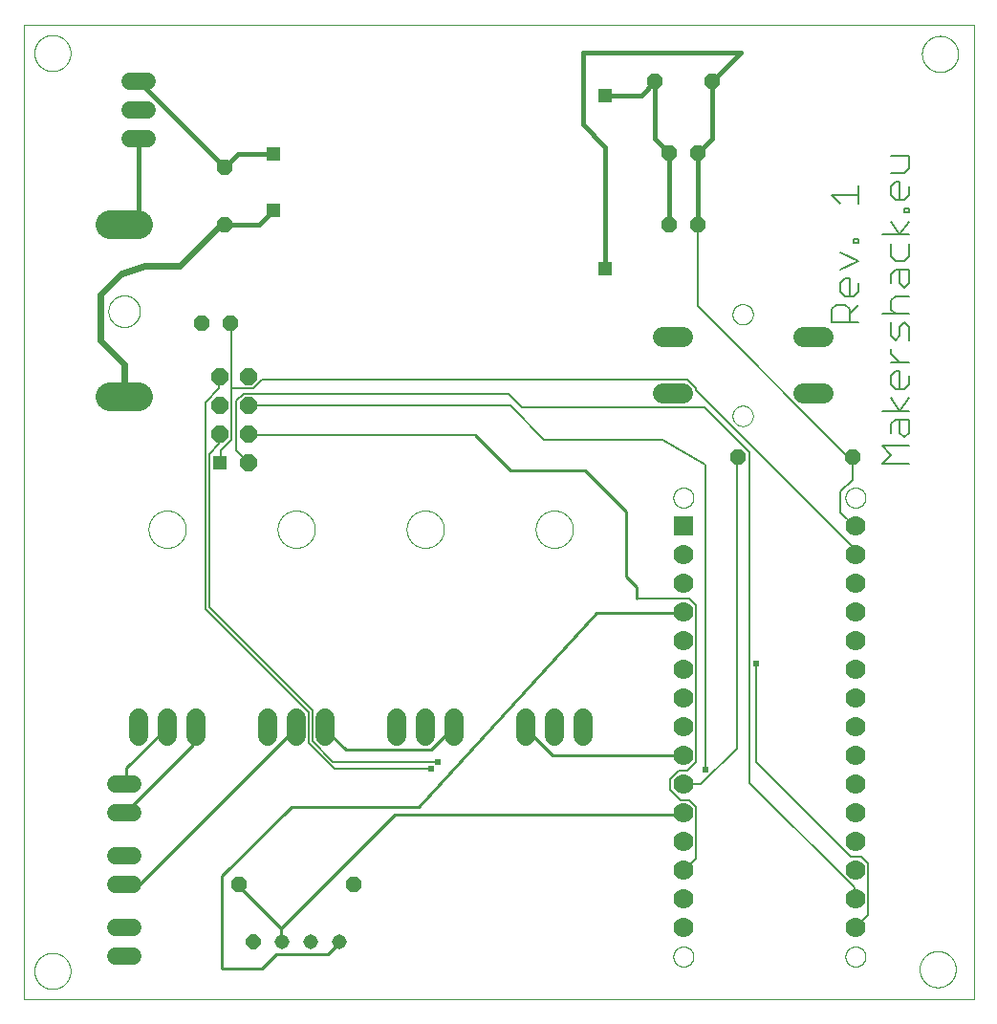
<source format=gtl>
G75*
%MOIN*%
%OFA0B0*%
%FSLAX25Y25*%
%IPPOS*%
%LPD*%
%AMOC8*
5,1,8,0,0,1.08239X$1,22.5*
%
%ADD10C,0.00000*%
%ADD11C,0.00800*%
%ADD12R,0.05150X0.05150*%
%ADD13C,0.06600*%
%ADD14R,0.07000X0.07000*%
%ADD15C,0.07000*%
%ADD16OC8,0.05150*%
%ADD17C,0.05150*%
%ADD18OC8,0.06000*%
%ADD19OC8,0.05200*%
%ADD20C,0.05937*%
%ADD21C,0.07050*%
%ADD22C,0.10000*%
%ADD23C,0.01000*%
%ADD24C,0.01600*%
%ADD25C,0.00600*%
%ADD26C,0.02400*%
%ADD27C,0.02400*%
D10*
X0001000Y0004000D02*
X0001000Y0343961D01*
X0332301Y0343961D01*
X0332301Y0004000D01*
X0001000Y0004000D01*
X0004701Y0014000D02*
X0004703Y0014158D01*
X0004709Y0014316D01*
X0004719Y0014474D01*
X0004733Y0014632D01*
X0004751Y0014789D01*
X0004772Y0014946D01*
X0004798Y0015102D01*
X0004828Y0015258D01*
X0004861Y0015413D01*
X0004899Y0015566D01*
X0004940Y0015719D01*
X0004985Y0015871D01*
X0005034Y0016022D01*
X0005087Y0016171D01*
X0005143Y0016319D01*
X0005203Y0016465D01*
X0005267Y0016610D01*
X0005335Y0016753D01*
X0005406Y0016895D01*
X0005480Y0017035D01*
X0005558Y0017172D01*
X0005640Y0017308D01*
X0005724Y0017442D01*
X0005813Y0017573D01*
X0005904Y0017702D01*
X0005999Y0017829D01*
X0006096Y0017954D01*
X0006197Y0018076D01*
X0006301Y0018195D01*
X0006408Y0018312D01*
X0006518Y0018426D01*
X0006631Y0018537D01*
X0006746Y0018646D01*
X0006864Y0018751D01*
X0006985Y0018853D01*
X0007108Y0018953D01*
X0007234Y0019049D01*
X0007362Y0019142D01*
X0007492Y0019232D01*
X0007625Y0019318D01*
X0007760Y0019402D01*
X0007896Y0019481D01*
X0008035Y0019558D01*
X0008176Y0019630D01*
X0008318Y0019700D01*
X0008462Y0019765D01*
X0008608Y0019827D01*
X0008755Y0019885D01*
X0008904Y0019940D01*
X0009054Y0019991D01*
X0009205Y0020038D01*
X0009357Y0020081D01*
X0009510Y0020120D01*
X0009665Y0020156D01*
X0009820Y0020187D01*
X0009976Y0020215D01*
X0010132Y0020239D01*
X0010289Y0020259D01*
X0010447Y0020275D01*
X0010604Y0020287D01*
X0010763Y0020295D01*
X0010921Y0020299D01*
X0011079Y0020299D01*
X0011237Y0020295D01*
X0011396Y0020287D01*
X0011553Y0020275D01*
X0011711Y0020259D01*
X0011868Y0020239D01*
X0012024Y0020215D01*
X0012180Y0020187D01*
X0012335Y0020156D01*
X0012490Y0020120D01*
X0012643Y0020081D01*
X0012795Y0020038D01*
X0012946Y0019991D01*
X0013096Y0019940D01*
X0013245Y0019885D01*
X0013392Y0019827D01*
X0013538Y0019765D01*
X0013682Y0019700D01*
X0013824Y0019630D01*
X0013965Y0019558D01*
X0014104Y0019481D01*
X0014240Y0019402D01*
X0014375Y0019318D01*
X0014508Y0019232D01*
X0014638Y0019142D01*
X0014766Y0019049D01*
X0014892Y0018953D01*
X0015015Y0018853D01*
X0015136Y0018751D01*
X0015254Y0018646D01*
X0015369Y0018537D01*
X0015482Y0018426D01*
X0015592Y0018312D01*
X0015699Y0018195D01*
X0015803Y0018076D01*
X0015904Y0017954D01*
X0016001Y0017829D01*
X0016096Y0017702D01*
X0016187Y0017573D01*
X0016276Y0017442D01*
X0016360Y0017308D01*
X0016442Y0017172D01*
X0016520Y0017035D01*
X0016594Y0016895D01*
X0016665Y0016753D01*
X0016733Y0016610D01*
X0016797Y0016465D01*
X0016857Y0016319D01*
X0016913Y0016171D01*
X0016966Y0016022D01*
X0017015Y0015871D01*
X0017060Y0015719D01*
X0017101Y0015566D01*
X0017139Y0015413D01*
X0017172Y0015258D01*
X0017202Y0015102D01*
X0017228Y0014946D01*
X0017249Y0014789D01*
X0017267Y0014632D01*
X0017281Y0014474D01*
X0017291Y0014316D01*
X0017297Y0014158D01*
X0017299Y0014000D01*
X0017297Y0013842D01*
X0017291Y0013684D01*
X0017281Y0013526D01*
X0017267Y0013368D01*
X0017249Y0013211D01*
X0017228Y0013054D01*
X0017202Y0012898D01*
X0017172Y0012742D01*
X0017139Y0012587D01*
X0017101Y0012434D01*
X0017060Y0012281D01*
X0017015Y0012129D01*
X0016966Y0011978D01*
X0016913Y0011829D01*
X0016857Y0011681D01*
X0016797Y0011535D01*
X0016733Y0011390D01*
X0016665Y0011247D01*
X0016594Y0011105D01*
X0016520Y0010965D01*
X0016442Y0010828D01*
X0016360Y0010692D01*
X0016276Y0010558D01*
X0016187Y0010427D01*
X0016096Y0010298D01*
X0016001Y0010171D01*
X0015904Y0010046D01*
X0015803Y0009924D01*
X0015699Y0009805D01*
X0015592Y0009688D01*
X0015482Y0009574D01*
X0015369Y0009463D01*
X0015254Y0009354D01*
X0015136Y0009249D01*
X0015015Y0009147D01*
X0014892Y0009047D01*
X0014766Y0008951D01*
X0014638Y0008858D01*
X0014508Y0008768D01*
X0014375Y0008682D01*
X0014240Y0008598D01*
X0014104Y0008519D01*
X0013965Y0008442D01*
X0013824Y0008370D01*
X0013682Y0008300D01*
X0013538Y0008235D01*
X0013392Y0008173D01*
X0013245Y0008115D01*
X0013096Y0008060D01*
X0012946Y0008009D01*
X0012795Y0007962D01*
X0012643Y0007919D01*
X0012490Y0007880D01*
X0012335Y0007844D01*
X0012180Y0007813D01*
X0012024Y0007785D01*
X0011868Y0007761D01*
X0011711Y0007741D01*
X0011553Y0007725D01*
X0011396Y0007713D01*
X0011237Y0007705D01*
X0011079Y0007701D01*
X0010921Y0007701D01*
X0010763Y0007705D01*
X0010604Y0007713D01*
X0010447Y0007725D01*
X0010289Y0007741D01*
X0010132Y0007761D01*
X0009976Y0007785D01*
X0009820Y0007813D01*
X0009665Y0007844D01*
X0009510Y0007880D01*
X0009357Y0007919D01*
X0009205Y0007962D01*
X0009054Y0008009D01*
X0008904Y0008060D01*
X0008755Y0008115D01*
X0008608Y0008173D01*
X0008462Y0008235D01*
X0008318Y0008300D01*
X0008176Y0008370D01*
X0008035Y0008442D01*
X0007896Y0008519D01*
X0007760Y0008598D01*
X0007625Y0008682D01*
X0007492Y0008768D01*
X0007362Y0008858D01*
X0007234Y0008951D01*
X0007108Y0009047D01*
X0006985Y0009147D01*
X0006864Y0009249D01*
X0006746Y0009354D01*
X0006631Y0009463D01*
X0006518Y0009574D01*
X0006408Y0009688D01*
X0006301Y0009805D01*
X0006197Y0009924D01*
X0006096Y0010046D01*
X0005999Y0010171D01*
X0005904Y0010298D01*
X0005813Y0010427D01*
X0005724Y0010558D01*
X0005640Y0010692D01*
X0005558Y0010828D01*
X0005480Y0010965D01*
X0005406Y0011105D01*
X0005335Y0011247D01*
X0005267Y0011390D01*
X0005203Y0011535D01*
X0005143Y0011681D01*
X0005087Y0011829D01*
X0005034Y0011978D01*
X0004985Y0012129D01*
X0004940Y0012281D01*
X0004899Y0012434D01*
X0004861Y0012587D01*
X0004828Y0012742D01*
X0004798Y0012898D01*
X0004772Y0013054D01*
X0004751Y0013211D01*
X0004733Y0013368D01*
X0004719Y0013526D01*
X0004709Y0013684D01*
X0004703Y0013842D01*
X0004701Y0014000D01*
X0044500Y0168000D02*
X0044502Y0168161D01*
X0044508Y0168321D01*
X0044518Y0168482D01*
X0044532Y0168642D01*
X0044550Y0168802D01*
X0044571Y0168961D01*
X0044597Y0169120D01*
X0044627Y0169278D01*
X0044660Y0169435D01*
X0044698Y0169592D01*
X0044739Y0169747D01*
X0044784Y0169901D01*
X0044833Y0170054D01*
X0044886Y0170206D01*
X0044942Y0170357D01*
X0045003Y0170506D01*
X0045066Y0170654D01*
X0045134Y0170800D01*
X0045205Y0170944D01*
X0045279Y0171086D01*
X0045357Y0171227D01*
X0045439Y0171365D01*
X0045524Y0171502D01*
X0045612Y0171636D01*
X0045704Y0171768D01*
X0045799Y0171898D01*
X0045897Y0172026D01*
X0045998Y0172151D01*
X0046102Y0172273D01*
X0046209Y0172393D01*
X0046319Y0172510D01*
X0046432Y0172625D01*
X0046548Y0172736D01*
X0046667Y0172845D01*
X0046788Y0172950D01*
X0046912Y0173053D01*
X0047038Y0173153D01*
X0047166Y0173249D01*
X0047297Y0173342D01*
X0047431Y0173432D01*
X0047566Y0173519D01*
X0047704Y0173602D01*
X0047843Y0173682D01*
X0047985Y0173758D01*
X0048128Y0173831D01*
X0048273Y0173900D01*
X0048420Y0173966D01*
X0048568Y0174028D01*
X0048718Y0174086D01*
X0048869Y0174141D01*
X0049022Y0174192D01*
X0049176Y0174239D01*
X0049331Y0174282D01*
X0049487Y0174321D01*
X0049643Y0174357D01*
X0049801Y0174388D01*
X0049959Y0174416D01*
X0050118Y0174440D01*
X0050278Y0174460D01*
X0050438Y0174476D01*
X0050598Y0174488D01*
X0050759Y0174496D01*
X0050920Y0174500D01*
X0051080Y0174500D01*
X0051241Y0174496D01*
X0051402Y0174488D01*
X0051562Y0174476D01*
X0051722Y0174460D01*
X0051882Y0174440D01*
X0052041Y0174416D01*
X0052199Y0174388D01*
X0052357Y0174357D01*
X0052513Y0174321D01*
X0052669Y0174282D01*
X0052824Y0174239D01*
X0052978Y0174192D01*
X0053131Y0174141D01*
X0053282Y0174086D01*
X0053432Y0174028D01*
X0053580Y0173966D01*
X0053727Y0173900D01*
X0053872Y0173831D01*
X0054015Y0173758D01*
X0054157Y0173682D01*
X0054296Y0173602D01*
X0054434Y0173519D01*
X0054569Y0173432D01*
X0054703Y0173342D01*
X0054834Y0173249D01*
X0054962Y0173153D01*
X0055088Y0173053D01*
X0055212Y0172950D01*
X0055333Y0172845D01*
X0055452Y0172736D01*
X0055568Y0172625D01*
X0055681Y0172510D01*
X0055791Y0172393D01*
X0055898Y0172273D01*
X0056002Y0172151D01*
X0056103Y0172026D01*
X0056201Y0171898D01*
X0056296Y0171768D01*
X0056388Y0171636D01*
X0056476Y0171502D01*
X0056561Y0171365D01*
X0056643Y0171227D01*
X0056721Y0171086D01*
X0056795Y0170944D01*
X0056866Y0170800D01*
X0056934Y0170654D01*
X0056997Y0170506D01*
X0057058Y0170357D01*
X0057114Y0170206D01*
X0057167Y0170054D01*
X0057216Y0169901D01*
X0057261Y0169747D01*
X0057302Y0169592D01*
X0057340Y0169435D01*
X0057373Y0169278D01*
X0057403Y0169120D01*
X0057429Y0168961D01*
X0057450Y0168802D01*
X0057468Y0168642D01*
X0057482Y0168482D01*
X0057492Y0168321D01*
X0057498Y0168161D01*
X0057500Y0168000D01*
X0057498Y0167839D01*
X0057492Y0167679D01*
X0057482Y0167518D01*
X0057468Y0167358D01*
X0057450Y0167198D01*
X0057429Y0167039D01*
X0057403Y0166880D01*
X0057373Y0166722D01*
X0057340Y0166565D01*
X0057302Y0166408D01*
X0057261Y0166253D01*
X0057216Y0166099D01*
X0057167Y0165946D01*
X0057114Y0165794D01*
X0057058Y0165643D01*
X0056997Y0165494D01*
X0056934Y0165346D01*
X0056866Y0165200D01*
X0056795Y0165056D01*
X0056721Y0164914D01*
X0056643Y0164773D01*
X0056561Y0164635D01*
X0056476Y0164498D01*
X0056388Y0164364D01*
X0056296Y0164232D01*
X0056201Y0164102D01*
X0056103Y0163974D01*
X0056002Y0163849D01*
X0055898Y0163727D01*
X0055791Y0163607D01*
X0055681Y0163490D01*
X0055568Y0163375D01*
X0055452Y0163264D01*
X0055333Y0163155D01*
X0055212Y0163050D01*
X0055088Y0162947D01*
X0054962Y0162847D01*
X0054834Y0162751D01*
X0054703Y0162658D01*
X0054569Y0162568D01*
X0054434Y0162481D01*
X0054296Y0162398D01*
X0054157Y0162318D01*
X0054015Y0162242D01*
X0053872Y0162169D01*
X0053727Y0162100D01*
X0053580Y0162034D01*
X0053432Y0161972D01*
X0053282Y0161914D01*
X0053131Y0161859D01*
X0052978Y0161808D01*
X0052824Y0161761D01*
X0052669Y0161718D01*
X0052513Y0161679D01*
X0052357Y0161643D01*
X0052199Y0161612D01*
X0052041Y0161584D01*
X0051882Y0161560D01*
X0051722Y0161540D01*
X0051562Y0161524D01*
X0051402Y0161512D01*
X0051241Y0161504D01*
X0051080Y0161500D01*
X0050920Y0161500D01*
X0050759Y0161504D01*
X0050598Y0161512D01*
X0050438Y0161524D01*
X0050278Y0161540D01*
X0050118Y0161560D01*
X0049959Y0161584D01*
X0049801Y0161612D01*
X0049643Y0161643D01*
X0049487Y0161679D01*
X0049331Y0161718D01*
X0049176Y0161761D01*
X0049022Y0161808D01*
X0048869Y0161859D01*
X0048718Y0161914D01*
X0048568Y0161972D01*
X0048420Y0162034D01*
X0048273Y0162100D01*
X0048128Y0162169D01*
X0047985Y0162242D01*
X0047843Y0162318D01*
X0047704Y0162398D01*
X0047566Y0162481D01*
X0047431Y0162568D01*
X0047297Y0162658D01*
X0047166Y0162751D01*
X0047038Y0162847D01*
X0046912Y0162947D01*
X0046788Y0163050D01*
X0046667Y0163155D01*
X0046548Y0163264D01*
X0046432Y0163375D01*
X0046319Y0163490D01*
X0046209Y0163607D01*
X0046102Y0163727D01*
X0045998Y0163849D01*
X0045897Y0163974D01*
X0045799Y0164102D01*
X0045704Y0164232D01*
X0045612Y0164364D01*
X0045524Y0164498D01*
X0045439Y0164635D01*
X0045357Y0164773D01*
X0045279Y0164914D01*
X0045205Y0165056D01*
X0045134Y0165200D01*
X0045066Y0165346D01*
X0045003Y0165494D01*
X0044942Y0165643D01*
X0044886Y0165794D01*
X0044833Y0165946D01*
X0044784Y0166099D01*
X0044739Y0166253D01*
X0044698Y0166408D01*
X0044660Y0166565D01*
X0044627Y0166722D01*
X0044597Y0166880D01*
X0044571Y0167039D01*
X0044550Y0167198D01*
X0044532Y0167358D01*
X0044518Y0167518D01*
X0044508Y0167679D01*
X0044502Y0167839D01*
X0044500Y0168000D01*
X0089500Y0168000D02*
X0089502Y0168161D01*
X0089508Y0168321D01*
X0089518Y0168482D01*
X0089532Y0168642D01*
X0089550Y0168802D01*
X0089571Y0168961D01*
X0089597Y0169120D01*
X0089627Y0169278D01*
X0089660Y0169435D01*
X0089698Y0169592D01*
X0089739Y0169747D01*
X0089784Y0169901D01*
X0089833Y0170054D01*
X0089886Y0170206D01*
X0089942Y0170357D01*
X0090003Y0170506D01*
X0090066Y0170654D01*
X0090134Y0170800D01*
X0090205Y0170944D01*
X0090279Y0171086D01*
X0090357Y0171227D01*
X0090439Y0171365D01*
X0090524Y0171502D01*
X0090612Y0171636D01*
X0090704Y0171768D01*
X0090799Y0171898D01*
X0090897Y0172026D01*
X0090998Y0172151D01*
X0091102Y0172273D01*
X0091209Y0172393D01*
X0091319Y0172510D01*
X0091432Y0172625D01*
X0091548Y0172736D01*
X0091667Y0172845D01*
X0091788Y0172950D01*
X0091912Y0173053D01*
X0092038Y0173153D01*
X0092166Y0173249D01*
X0092297Y0173342D01*
X0092431Y0173432D01*
X0092566Y0173519D01*
X0092704Y0173602D01*
X0092843Y0173682D01*
X0092985Y0173758D01*
X0093128Y0173831D01*
X0093273Y0173900D01*
X0093420Y0173966D01*
X0093568Y0174028D01*
X0093718Y0174086D01*
X0093869Y0174141D01*
X0094022Y0174192D01*
X0094176Y0174239D01*
X0094331Y0174282D01*
X0094487Y0174321D01*
X0094643Y0174357D01*
X0094801Y0174388D01*
X0094959Y0174416D01*
X0095118Y0174440D01*
X0095278Y0174460D01*
X0095438Y0174476D01*
X0095598Y0174488D01*
X0095759Y0174496D01*
X0095920Y0174500D01*
X0096080Y0174500D01*
X0096241Y0174496D01*
X0096402Y0174488D01*
X0096562Y0174476D01*
X0096722Y0174460D01*
X0096882Y0174440D01*
X0097041Y0174416D01*
X0097199Y0174388D01*
X0097357Y0174357D01*
X0097513Y0174321D01*
X0097669Y0174282D01*
X0097824Y0174239D01*
X0097978Y0174192D01*
X0098131Y0174141D01*
X0098282Y0174086D01*
X0098432Y0174028D01*
X0098580Y0173966D01*
X0098727Y0173900D01*
X0098872Y0173831D01*
X0099015Y0173758D01*
X0099157Y0173682D01*
X0099296Y0173602D01*
X0099434Y0173519D01*
X0099569Y0173432D01*
X0099703Y0173342D01*
X0099834Y0173249D01*
X0099962Y0173153D01*
X0100088Y0173053D01*
X0100212Y0172950D01*
X0100333Y0172845D01*
X0100452Y0172736D01*
X0100568Y0172625D01*
X0100681Y0172510D01*
X0100791Y0172393D01*
X0100898Y0172273D01*
X0101002Y0172151D01*
X0101103Y0172026D01*
X0101201Y0171898D01*
X0101296Y0171768D01*
X0101388Y0171636D01*
X0101476Y0171502D01*
X0101561Y0171365D01*
X0101643Y0171227D01*
X0101721Y0171086D01*
X0101795Y0170944D01*
X0101866Y0170800D01*
X0101934Y0170654D01*
X0101997Y0170506D01*
X0102058Y0170357D01*
X0102114Y0170206D01*
X0102167Y0170054D01*
X0102216Y0169901D01*
X0102261Y0169747D01*
X0102302Y0169592D01*
X0102340Y0169435D01*
X0102373Y0169278D01*
X0102403Y0169120D01*
X0102429Y0168961D01*
X0102450Y0168802D01*
X0102468Y0168642D01*
X0102482Y0168482D01*
X0102492Y0168321D01*
X0102498Y0168161D01*
X0102500Y0168000D01*
X0102498Y0167839D01*
X0102492Y0167679D01*
X0102482Y0167518D01*
X0102468Y0167358D01*
X0102450Y0167198D01*
X0102429Y0167039D01*
X0102403Y0166880D01*
X0102373Y0166722D01*
X0102340Y0166565D01*
X0102302Y0166408D01*
X0102261Y0166253D01*
X0102216Y0166099D01*
X0102167Y0165946D01*
X0102114Y0165794D01*
X0102058Y0165643D01*
X0101997Y0165494D01*
X0101934Y0165346D01*
X0101866Y0165200D01*
X0101795Y0165056D01*
X0101721Y0164914D01*
X0101643Y0164773D01*
X0101561Y0164635D01*
X0101476Y0164498D01*
X0101388Y0164364D01*
X0101296Y0164232D01*
X0101201Y0164102D01*
X0101103Y0163974D01*
X0101002Y0163849D01*
X0100898Y0163727D01*
X0100791Y0163607D01*
X0100681Y0163490D01*
X0100568Y0163375D01*
X0100452Y0163264D01*
X0100333Y0163155D01*
X0100212Y0163050D01*
X0100088Y0162947D01*
X0099962Y0162847D01*
X0099834Y0162751D01*
X0099703Y0162658D01*
X0099569Y0162568D01*
X0099434Y0162481D01*
X0099296Y0162398D01*
X0099157Y0162318D01*
X0099015Y0162242D01*
X0098872Y0162169D01*
X0098727Y0162100D01*
X0098580Y0162034D01*
X0098432Y0161972D01*
X0098282Y0161914D01*
X0098131Y0161859D01*
X0097978Y0161808D01*
X0097824Y0161761D01*
X0097669Y0161718D01*
X0097513Y0161679D01*
X0097357Y0161643D01*
X0097199Y0161612D01*
X0097041Y0161584D01*
X0096882Y0161560D01*
X0096722Y0161540D01*
X0096562Y0161524D01*
X0096402Y0161512D01*
X0096241Y0161504D01*
X0096080Y0161500D01*
X0095920Y0161500D01*
X0095759Y0161504D01*
X0095598Y0161512D01*
X0095438Y0161524D01*
X0095278Y0161540D01*
X0095118Y0161560D01*
X0094959Y0161584D01*
X0094801Y0161612D01*
X0094643Y0161643D01*
X0094487Y0161679D01*
X0094331Y0161718D01*
X0094176Y0161761D01*
X0094022Y0161808D01*
X0093869Y0161859D01*
X0093718Y0161914D01*
X0093568Y0161972D01*
X0093420Y0162034D01*
X0093273Y0162100D01*
X0093128Y0162169D01*
X0092985Y0162242D01*
X0092843Y0162318D01*
X0092704Y0162398D01*
X0092566Y0162481D01*
X0092431Y0162568D01*
X0092297Y0162658D01*
X0092166Y0162751D01*
X0092038Y0162847D01*
X0091912Y0162947D01*
X0091788Y0163050D01*
X0091667Y0163155D01*
X0091548Y0163264D01*
X0091432Y0163375D01*
X0091319Y0163490D01*
X0091209Y0163607D01*
X0091102Y0163727D01*
X0090998Y0163849D01*
X0090897Y0163974D01*
X0090799Y0164102D01*
X0090704Y0164232D01*
X0090612Y0164364D01*
X0090524Y0164498D01*
X0090439Y0164635D01*
X0090357Y0164773D01*
X0090279Y0164914D01*
X0090205Y0165056D01*
X0090134Y0165200D01*
X0090066Y0165346D01*
X0090003Y0165494D01*
X0089942Y0165643D01*
X0089886Y0165794D01*
X0089833Y0165946D01*
X0089784Y0166099D01*
X0089739Y0166253D01*
X0089698Y0166408D01*
X0089660Y0166565D01*
X0089627Y0166722D01*
X0089597Y0166880D01*
X0089571Y0167039D01*
X0089550Y0167198D01*
X0089532Y0167358D01*
X0089518Y0167518D01*
X0089508Y0167679D01*
X0089502Y0167839D01*
X0089500Y0168000D01*
X0134500Y0168000D02*
X0134502Y0168161D01*
X0134508Y0168321D01*
X0134518Y0168482D01*
X0134532Y0168642D01*
X0134550Y0168802D01*
X0134571Y0168961D01*
X0134597Y0169120D01*
X0134627Y0169278D01*
X0134660Y0169435D01*
X0134698Y0169592D01*
X0134739Y0169747D01*
X0134784Y0169901D01*
X0134833Y0170054D01*
X0134886Y0170206D01*
X0134942Y0170357D01*
X0135003Y0170506D01*
X0135066Y0170654D01*
X0135134Y0170800D01*
X0135205Y0170944D01*
X0135279Y0171086D01*
X0135357Y0171227D01*
X0135439Y0171365D01*
X0135524Y0171502D01*
X0135612Y0171636D01*
X0135704Y0171768D01*
X0135799Y0171898D01*
X0135897Y0172026D01*
X0135998Y0172151D01*
X0136102Y0172273D01*
X0136209Y0172393D01*
X0136319Y0172510D01*
X0136432Y0172625D01*
X0136548Y0172736D01*
X0136667Y0172845D01*
X0136788Y0172950D01*
X0136912Y0173053D01*
X0137038Y0173153D01*
X0137166Y0173249D01*
X0137297Y0173342D01*
X0137431Y0173432D01*
X0137566Y0173519D01*
X0137704Y0173602D01*
X0137843Y0173682D01*
X0137985Y0173758D01*
X0138128Y0173831D01*
X0138273Y0173900D01*
X0138420Y0173966D01*
X0138568Y0174028D01*
X0138718Y0174086D01*
X0138869Y0174141D01*
X0139022Y0174192D01*
X0139176Y0174239D01*
X0139331Y0174282D01*
X0139487Y0174321D01*
X0139643Y0174357D01*
X0139801Y0174388D01*
X0139959Y0174416D01*
X0140118Y0174440D01*
X0140278Y0174460D01*
X0140438Y0174476D01*
X0140598Y0174488D01*
X0140759Y0174496D01*
X0140920Y0174500D01*
X0141080Y0174500D01*
X0141241Y0174496D01*
X0141402Y0174488D01*
X0141562Y0174476D01*
X0141722Y0174460D01*
X0141882Y0174440D01*
X0142041Y0174416D01*
X0142199Y0174388D01*
X0142357Y0174357D01*
X0142513Y0174321D01*
X0142669Y0174282D01*
X0142824Y0174239D01*
X0142978Y0174192D01*
X0143131Y0174141D01*
X0143282Y0174086D01*
X0143432Y0174028D01*
X0143580Y0173966D01*
X0143727Y0173900D01*
X0143872Y0173831D01*
X0144015Y0173758D01*
X0144157Y0173682D01*
X0144296Y0173602D01*
X0144434Y0173519D01*
X0144569Y0173432D01*
X0144703Y0173342D01*
X0144834Y0173249D01*
X0144962Y0173153D01*
X0145088Y0173053D01*
X0145212Y0172950D01*
X0145333Y0172845D01*
X0145452Y0172736D01*
X0145568Y0172625D01*
X0145681Y0172510D01*
X0145791Y0172393D01*
X0145898Y0172273D01*
X0146002Y0172151D01*
X0146103Y0172026D01*
X0146201Y0171898D01*
X0146296Y0171768D01*
X0146388Y0171636D01*
X0146476Y0171502D01*
X0146561Y0171365D01*
X0146643Y0171227D01*
X0146721Y0171086D01*
X0146795Y0170944D01*
X0146866Y0170800D01*
X0146934Y0170654D01*
X0146997Y0170506D01*
X0147058Y0170357D01*
X0147114Y0170206D01*
X0147167Y0170054D01*
X0147216Y0169901D01*
X0147261Y0169747D01*
X0147302Y0169592D01*
X0147340Y0169435D01*
X0147373Y0169278D01*
X0147403Y0169120D01*
X0147429Y0168961D01*
X0147450Y0168802D01*
X0147468Y0168642D01*
X0147482Y0168482D01*
X0147492Y0168321D01*
X0147498Y0168161D01*
X0147500Y0168000D01*
X0147498Y0167839D01*
X0147492Y0167679D01*
X0147482Y0167518D01*
X0147468Y0167358D01*
X0147450Y0167198D01*
X0147429Y0167039D01*
X0147403Y0166880D01*
X0147373Y0166722D01*
X0147340Y0166565D01*
X0147302Y0166408D01*
X0147261Y0166253D01*
X0147216Y0166099D01*
X0147167Y0165946D01*
X0147114Y0165794D01*
X0147058Y0165643D01*
X0146997Y0165494D01*
X0146934Y0165346D01*
X0146866Y0165200D01*
X0146795Y0165056D01*
X0146721Y0164914D01*
X0146643Y0164773D01*
X0146561Y0164635D01*
X0146476Y0164498D01*
X0146388Y0164364D01*
X0146296Y0164232D01*
X0146201Y0164102D01*
X0146103Y0163974D01*
X0146002Y0163849D01*
X0145898Y0163727D01*
X0145791Y0163607D01*
X0145681Y0163490D01*
X0145568Y0163375D01*
X0145452Y0163264D01*
X0145333Y0163155D01*
X0145212Y0163050D01*
X0145088Y0162947D01*
X0144962Y0162847D01*
X0144834Y0162751D01*
X0144703Y0162658D01*
X0144569Y0162568D01*
X0144434Y0162481D01*
X0144296Y0162398D01*
X0144157Y0162318D01*
X0144015Y0162242D01*
X0143872Y0162169D01*
X0143727Y0162100D01*
X0143580Y0162034D01*
X0143432Y0161972D01*
X0143282Y0161914D01*
X0143131Y0161859D01*
X0142978Y0161808D01*
X0142824Y0161761D01*
X0142669Y0161718D01*
X0142513Y0161679D01*
X0142357Y0161643D01*
X0142199Y0161612D01*
X0142041Y0161584D01*
X0141882Y0161560D01*
X0141722Y0161540D01*
X0141562Y0161524D01*
X0141402Y0161512D01*
X0141241Y0161504D01*
X0141080Y0161500D01*
X0140920Y0161500D01*
X0140759Y0161504D01*
X0140598Y0161512D01*
X0140438Y0161524D01*
X0140278Y0161540D01*
X0140118Y0161560D01*
X0139959Y0161584D01*
X0139801Y0161612D01*
X0139643Y0161643D01*
X0139487Y0161679D01*
X0139331Y0161718D01*
X0139176Y0161761D01*
X0139022Y0161808D01*
X0138869Y0161859D01*
X0138718Y0161914D01*
X0138568Y0161972D01*
X0138420Y0162034D01*
X0138273Y0162100D01*
X0138128Y0162169D01*
X0137985Y0162242D01*
X0137843Y0162318D01*
X0137704Y0162398D01*
X0137566Y0162481D01*
X0137431Y0162568D01*
X0137297Y0162658D01*
X0137166Y0162751D01*
X0137038Y0162847D01*
X0136912Y0162947D01*
X0136788Y0163050D01*
X0136667Y0163155D01*
X0136548Y0163264D01*
X0136432Y0163375D01*
X0136319Y0163490D01*
X0136209Y0163607D01*
X0136102Y0163727D01*
X0135998Y0163849D01*
X0135897Y0163974D01*
X0135799Y0164102D01*
X0135704Y0164232D01*
X0135612Y0164364D01*
X0135524Y0164498D01*
X0135439Y0164635D01*
X0135357Y0164773D01*
X0135279Y0164914D01*
X0135205Y0165056D01*
X0135134Y0165200D01*
X0135066Y0165346D01*
X0135003Y0165494D01*
X0134942Y0165643D01*
X0134886Y0165794D01*
X0134833Y0165946D01*
X0134784Y0166099D01*
X0134739Y0166253D01*
X0134698Y0166408D01*
X0134660Y0166565D01*
X0134627Y0166722D01*
X0134597Y0166880D01*
X0134571Y0167039D01*
X0134550Y0167198D01*
X0134532Y0167358D01*
X0134518Y0167518D01*
X0134508Y0167679D01*
X0134502Y0167839D01*
X0134500Y0168000D01*
X0179500Y0168000D02*
X0179502Y0168161D01*
X0179508Y0168321D01*
X0179518Y0168482D01*
X0179532Y0168642D01*
X0179550Y0168802D01*
X0179571Y0168961D01*
X0179597Y0169120D01*
X0179627Y0169278D01*
X0179660Y0169435D01*
X0179698Y0169592D01*
X0179739Y0169747D01*
X0179784Y0169901D01*
X0179833Y0170054D01*
X0179886Y0170206D01*
X0179942Y0170357D01*
X0180003Y0170506D01*
X0180066Y0170654D01*
X0180134Y0170800D01*
X0180205Y0170944D01*
X0180279Y0171086D01*
X0180357Y0171227D01*
X0180439Y0171365D01*
X0180524Y0171502D01*
X0180612Y0171636D01*
X0180704Y0171768D01*
X0180799Y0171898D01*
X0180897Y0172026D01*
X0180998Y0172151D01*
X0181102Y0172273D01*
X0181209Y0172393D01*
X0181319Y0172510D01*
X0181432Y0172625D01*
X0181548Y0172736D01*
X0181667Y0172845D01*
X0181788Y0172950D01*
X0181912Y0173053D01*
X0182038Y0173153D01*
X0182166Y0173249D01*
X0182297Y0173342D01*
X0182431Y0173432D01*
X0182566Y0173519D01*
X0182704Y0173602D01*
X0182843Y0173682D01*
X0182985Y0173758D01*
X0183128Y0173831D01*
X0183273Y0173900D01*
X0183420Y0173966D01*
X0183568Y0174028D01*
X0183718Y0174086D01*
X0183869Y0174141D01*
X0184022Y0174192D01*
X0184176Y0174239D01*
X0184331Y0174282D01*
X0184487Y0174321D01*
X0184643Y0174357D01*
X0184801Y0174388D01*
X0184959Y0174416D01*
X0185118Y0174440D01*
X0185278Y0174460D01*
X0185438Y0174476D01*
X0185598Y0174488D01*
X0185759Y0174496D01*
X0185920Y0174500D01*
X0186080Y0174500D01*
X0186241Y0174496D01*
X0186402Y0174488D01*
X0186562Y0174476D01*
X0186722Y0174460D01*
X0186882Y0174440D01*
X0187041Y0174416D01*
X0187199Y0174388D01*
X0187357Y0174357D01*
X0187513Y0174321D01*
X0187669Y0174282D01*
X0187824Y0174239D01*
X0187978Y0174192D01*
X0188131Y0174141D01*
X0188282Y0174086D01*
X0188432Y0174028D01*
X0188580Y0173966D01*
X0188727Y0173900D01*
X0188872Y0173831D01*
X0189015Y0173758D01*
X0189157Y0173682D01*
X0189296Y0173602D01*
X0189434Y0173519D01*
X0189569Y0173432D01*
X0189703Y0173342D01*
X0189834Y0173249D01*
X0189962Y0173153D01*
X0190088Y0173053D01*
X0190212Y0172950D01*
X0190333Y0172845D01*
X0190452Y0172736D01*
X0190568Y0172625D01*
X0190681Y0172510D01*
X0190791Y0172393D01*
X0190898Y0172273D01*
X0191002Y0172151D01*
X0191103Y0172026D01*
X0191201Y0171898D01*
X0191296Y0171768D01*
X0191388Y0171636D01*
X0191476Y0171502D01*
X0191561Y0171365D01*
X0191643Y0171227D01*
X0191721Y0171086D01*
X0191795Y0170944D01*
X0191866Y0170800D01*
X0191934Y0170654D01*
X0191997Y0170506D01*
X0192058Y0170357D01*
X0192114Y0170206D01*
X0192167Y0170054D01*
X0192216Y0169901D01*
X0192261Y0169747D01*
X0192302Y0169592D01*
X0192340Y0169435D01*
X0192373Y0169278D01*
X0192403Y0169120D01*
X0192429Y0168961D01*
X0192450Y0168802D01*
X0192468Y0168642D01*
X0192482Y0168482D01*
X0192492Y0168321D01*
X0192498Y0168161D01*
X0192500Y0168000D01*
X0192498Y0167839D01*
X0192492Y0167679D01*
X0192482Y0167518D01*
X0192468Y0167358D01*
X0192450Y0167198D01*
X0192429Y0167039D01*
X0192403Y0166880D01*
X0192373Y0166722D01*
X0192340Y0166565D01*
X0192302Y0166408D01*
X0192261Y0166253D01*
X0192216Y0166099D01*
X0192167Y0165946D01*
X0192114Y0165794D01*
X0192058Y0165643D01*
X0191997Y0165494D01*
X0191934Y0165346D01*
X0191866Y0165200D01*
X0191795Y0165056D01*
X0191721Y0164914D01*
X0191643Y0164773D01*
X0191561Y0164635D01*
X0191476Y0164498D01*
X0191388Y0164364D01*
X0191296Y0164232D01*
X0191201Y0164102D01*
X0191103Y0163974D01*
X0191002Y0163849D01*
X0190898Y0163727D01*
X0190791Y0163607D01*
X0190681Y0163490D01*
X0190568Y0163375D01*
X0190452Y0163264D01*
X0190333Y0163155D01*
X0190212Y0163050D01*
X0190088Y0162947D01*
X0189962Y0162847D01*
X0189834Y0162751D01*
X0189703Y0162658D01*
X0189569Y0162568D01*
X0189434Y0162481D01*
X0189296Y0162398D01*
X0189157Y0162318D01*
X0189015Y0162242D01*
X0188872Y0162169D01*
X0188727Y0162100D01*
X0188580Y0162034D01*
X0188432Y0161972D01*
X0188282Y0161914D01*
X0188131Y0161859D01*
X0187978Y0161808D01*
X0187824Y0161761D01*
X0187669Y0161718D01*
X0187513Y0161679D01*
X0187357Y0161643D01*
X0187199Y0161612D01*
X0187041Y0161584D01*
X0186882Y0161560D01*
X0186722Y0161540D01*
X0186562Y0161524D01*
X0186402Y0161512D01*
X0186241Y0161504D01*
X0186080Y0161500D01*
X0185920Y0161500D01*
X0185759Y0161504D01*
X0185598Y0161512D01*
X0185438Y0161524D01*
X0185278Y0161540D01*
X0185118Y0161560D01*
X0184959Y0161584D01*
X0184801Y0161612D01*
X0184643Y0161643D01*
X0184487Y0161679D01*
X0184331Y0161718D01*
X0184176Y0161761D01*
X0184022Y0161808D01*
X0183869Y0161859D01*
X0183718Y0161914D01*
X0183568Y0161972D01*
X0183420Y0162034D01*
X0183273Y0162100D01*
X0183128Y0162169D01*
X0182985Y0162242D01*
X0182843Y0162318D01*
X0182704Y0162398D01*
X0182566Y0162481D01*
X0182431Y0162568D01*
X0182297Y0162658D01*
X0182166Y0162751D01*
X0182038Y0162847D01*
X0181912Y0162947D01*
X0181788Y0163050D01*
X0181667Y0163155D01*
X0181548Y0163264D01*
X0181432Y0163375D01*
X0181319Y0163490D01*
X0181209Y0163607D01*
X0181102Y0163727D01*
X0180998Y0163849D01*
X0180897Y0163974D01*
X0180799Y0164102D01*
X0180704Y0164232D01*
X0180612Y0164364D01*
X0180524Y0164498D01*
X0180439Y0164635D01*
X0180357Y0164773D01*
X0180279Y0164914D01*
X0180205Y0165056D01*
X0180134Y0165200D01*
X0180066Y0165346D01*
X0180003Y0165494D01*
X0179942Y0165643D01*
X0179886Y0165794D01*
X0179833Y0165946D01*
X0179784Y0166099D01*
X0179739Y0166253D01*
X0179698Y0166408D01*
X0179660Y0166565D01*
X0179627Y0166722D01*
X0179597Y0166880D01*
X0179571Y0167039D01*
X0179550Y0167198D01*
X0179532Y0167358D01*
X0179518Y0167518D01*
X0179508Y0167679D01*
X0179502Y0167839D01*
X0179500Y0168000D01*
X0227500Y0179000D02*
X0227502Y0179118D01*
X0227508Y0179236D01*
X0227518Y0179354D01*
X0227532Y0179471D01*
X0227550Y0179588D01*
X0227572Y0179705D01*
X0227597Y0179820D01*
X0227627Y0179934D01*
X0227661Y0180048D01*
X0227698Y0180160D01*
X0227739Y0180271D01*
X0227784Y0180380D01*
X0227832Y0180488D01*
X0227884Y0180594D01*
X0227940Y0180699D01*
X0227999Y0180801D01*
X0228061Y0180901D01*
X0228127Y0180999D01*
X0228196Y0181095D01*
X0228269Y0181189D01*
X0228344Y0181280D01*
X0228423Y0181368D01*
X0228504Y0181454D01*
X0228589Y0181537D01*
X0228676Y0181617D01*
X0228765Y0181694D01*
X0228858Y0181768D01*
X0228952Y0181838D01*
X0229049Y0181906D01*
X0229149Y0181970D01*
X0229250Y0182031D01*
X0229353Y0182088D01*
X0229459Y0182142D01*
X0229566Y0182193D01*
X0229674Y0182239D01*
X0229784Y0182282D01*
X0229896Y0182321D01*
X0230009Y0182357D01*
X0230123Y0182388D01*
X0230238Y0182416D01*
X0230353Y0182440D01*
X0230470Y0182460D01*
X0230587Y0182476D01*
X0230705Y0182488D01*
X0230823Y0182496D01*
X0230941Y0182500D01*
X0231059Y0182500D01*
X0231177Y0182496D01*
X0231295Y0182488D01*
X0231413Y0182476D01*
X0231530Y0182460D01*
X0231647Y0182440D01*
X0231762Y0182416D01*
X0231877Y0182388D01*
X0231991Y0182357D01*
X0232104Y0182321D01*
X0232216Y0182282D01*
X0232326Y0182239D01*
X0232434Y0182193D01*
X0232541Y0182142D01*
X0232647Y0182088D01*
X0232750Y0182031D01*
X0232851Y0181970D01*
X0232951Y0181906D01*
X0233048Y0181838D01*
X0233142Y0181768D01*
X0233235Y0181694D01*
X0233324Y0181617D01*
X0233411Y0181537D01*
X0233496Y0181454D01*
X0233577Y0181368D01*
X0233656Y0181280D01*
X0233731Y0181189D01*
X0233804Y0181095D01*
X0233873Y0180999D01*
X0233939Y0180901D01*
X0234001Y0180801D01*
X0234060Y0180699D01*
X0234116Y0180594D01*
X0234168Y0180488D01*
X0234216Y0180380D01*
X0234261Y0180271D01*
X0234302Y0180160D01*
X0234339Y0180048D01*
X0234373Y0179934D01*
X0234403Y0179820D01*
X0234428Y0179705D01*
X0234450Y0179588D01*
X0234468Y0179471D01*
X0234482Y0179354D01*
X0234492Y0179236D01*
X0234498Y0179118D01*
X0234500Y0179000D01*
X0234498Y0178882D01*
X0234492Y0178764D01*
X0234482Y0178646D01*
X0234468Y0178529D01*
X0234450Y0178412D01*
X0234428Y0178295D01*
X0234403Y0178180D01*
X0234373Y0178066D01*
X0234339Y0177952D01*
X0234302Y0177840D01*
X0234261Y0177729D01*
X0234216Y0177620D01*
X0234168Y0177512D01*
X0234116Y0177406D01*
X0234060Y0177301D01*
X0234001Y0177199D01*
X0233939Y0177099D01*
X0233873Y0177001D01*
X0233804Y0176905D01*
X0233731Y0176811D01*
X0233656Y0176720D01*
X0233577Y0176632D01*
X0233496Y0176546D01*
X0233411Y0176463D01*
X0233324Y0176383D01*
X0233235Y0176306D01*
X0233142Y0176232D01*
X0233048Y0176162D01*
X0232951Y0176094D01*
X0232851Y0176030D01*
X0232750Y0175969D01*
X0232647Y0175912D01*
X0232541Y0175858D01*
X0232434Y0175807D01*
X0232326Y0175761D01*
X0232216Y0175718D01*
X0232104Y0175679D01*
X0231991Y0175643D01*
X0231877Y0175612D01*
X0231762Y0175584D01*
X0231647Y0175560D01*
X0231530Y0175540D01*
X0231413Y0175524D01*
X0231295Y0175512D01*
X0231177Y0175504D01*
X0231059Y0175500D01*
X0230941Y0175500D01*
X0230823Y0175504D01*
X0230705Y0175512D01*
X0230587Y0175524D01*
X0230470Y0175540D01*
X0230353Y0175560D01*
X0230238Y0175584D01*
X0230123Y0175612D01*
X0230009Y0175643D01*
X0229896Y0175679D01*
X0229784Y0175718D01*
X0229674Y0175761D01*
X0229566Y0175807D01*
X0229459Y0175858D01*
X0229353Y0175912D01*
X0229250Y0175969D01*
X0229149Y0176030D01*
X0229049Y0176094D01*
X0228952Y0176162D01*
X0228858Y0176232D01*
X0228765Y0176306D01*
X0228676Y0176383D01*
X0228589Y0176463D01*
X0228504Y0176546D01*
X0228423Y0176632D01*
X0228344Y0176720D01*
X0228269Y0176811D01*
X0228196Y0176905D01*
X0228127Y0177001D01*
X0228061Y0177099D01*
X0227999Y0177199D01*
X0227940Y0177301D01*
X0227884Y0177406D01*
X0227832Y0177512D01*
X0227784Y0177620D01*
X0227739Y0177729D01*
X0227698Y0177840D01*
X0227661Y0177952D01*
X0227627Y0178066D01*
X0227597Y0178180D01*
X0227572Y0178295D01*
X0227550Y0178412D01*
X0227532Y0178529D01*
X0227518Y0178646D01*
X0227508Y0178764D01*
X0227502Y0178882D01*
X0227500Y0179000D01*
X0248150Y0207500D02*
X0248152Y0207619D01*
X0248158Y0207737D01*
X0248168Y0207855D01*
X0248182Y0207973D01*
X0248199Y0208090D01*
X0248221Y0208207D01*
X0248247Y0208323D01*
X0248276Y0208438D01*
X0248309Y0208552D01*
X0248346Y0208664D01*
X0248387Y0208776D01*
X0248432Y0208886D01*
X0248480Y0208994D01*
X0248532Y0209101D01*
X0248587Y0209206D01*
X0248646Y0209309D01*
X0248708Y0209410D01*
X0248773Y0209509D01*
X0248842Y0209606D01*
X0248914Y0209700D01*
X0248989Y0209792D01*
X0249067Y0209881D01*
X0249148Y0209968D01*
X0249232Y0210052D01*
X0249319Y0210133D01*
X0249408Y0210211D01*
X0249500Y0210286D01*
X0249594Y0210358D01*
X0249691Y0210427D01*
X0249790Y0210492D01*
X0249891Y0210554D01*
X0249994Y0210613D01*
X0250099Y0210668D01*
X0250206Y0210720D01*
X0250314Y0210768D01*
X0250424Y0210813D01*
X0250536Y0210854D01*
X0250648Y0210891D01*
X0250762Y0210924D01*
X0250877Y0210953D01*
X0250993Y0210979D01*
X0251110Y0211001D01*
X0251227Y0211018D01*
X0251345Y0211032D01*
X0251463Y0211042D01*
X0251581Y0211048D01*
X0251700Y0211050D01*
X0251819Y0211048D01*
X0251937Y0211042D01*
X0252055Y0211032D01*
X0252173Y0211018D01*
X0252290Y0211001D01*
X0252407Y0210979D01*
X0252523Y0210953D01*
X0252638Y0210924D01*
X0252752Y0210891D01*
X0252864Y0210854D01*
X0252976Y0210813D01*
X0253086Y0210768D01*
X0253194Y0210720D01*
X0253301Y0210668D01*
X0253406Y0210613D01*
X0253509Y0210554D01*
X0253610Y0210492D01*
X0253709Y0210427D01*
X0253806Y0210358D01*
X0253900Y0210286D01*
X0253992Y0210211D01*
X0254081Y0210133D01*
X0254168Y0210052D01*
X0254252Y0209968D01*
X0254333Y0209881D01*
X0254411Y0209792D01*
X0254486Y0209700D01*
X0254558Y0209606D01*
X0254627Y0209509D01*
X0254692Y0209410D01*
X0254754Y0209309D01*
X0254813Y0209206D01*
X0254868Y0209101D01*
X0254920Y0208994D01*
X0254968Y0208886D01*
X0255013Y0208776D01*
X0255054Y0208664D01*
X0255091Y0208552D01*
X0255124Y0208438D01*
X0255153Y0208323D01*
X0255179Y0208207D01*
X0255201Y0208090D01*
X0255218Y0207973D01*
X0255232Y0207855D01*
X0255242Y0207737D01*
X0255248Y0207619D01*
X0255250Y0207500D01*
X0255248Y0207381D01*
X0255242Y0207263D01*
X0255232Y0207145D01*
X0255218Y0207027D01*
X0255201Y0206910D01*
X0255179Y0206793D01*
X0255153Y0206677D01*
X0255124Y0206562D01*
X0255091Y0206448D01*
X0255054Y0206336D01*
X0255013Y0206224D01*
X0254968Y0206114D01*
X0254920Y0206006D01*
X0254868Y0205899D01*
X0254813Y0205794D01*
X0254754Y0205691D01*
X0254692Y0205590D01*
X0254627Y0205491D01*
X0254558Y0205394D01*
X0254486Y0205300D01*
X0254411Y0205208D01*
X0254333Y0205119D01*
X0254252Y0205032D01*
X0254168Y0204948D01*
X0254081Y0204867D01*
X0253992Y0204789D01*
X0253900Y0204714D01*
X0253806Y0204642D01*
X0253709Y0204573D01*
X0253610Y0204508D01*
X0253509Y0204446D01*
X0253406Y0204387D01*
X0253301Y0204332D01*
X0253194Y0204280D01*
X0253086Y0204232D01*
X0252976Y0204187D01*
X0252864Y0204146D01*
X0252752Y0204109D01*
X0252638Y0204076D01*
X0252523Y0204047D01*
X0252407Y0204021D01*
X0252290Y0203999D01*
X0252173Y0203982D01*
X0252055Y0203968D01*
X0251937Y0203958D01*
X0251819Y0203952D01*
X0251700Y0203950D01*
X0251581Y0203952D01*
X0251463Y0203958D01*
X0251345Y0203968D01*
X0251227Y0203982D01*
X0251110Y0203999D01*
X0250993Y0204021D01*
X0250877Y0204047D01*
X0250762Y0204076D01*
X0250648Y0204109D01*
X0250536Y0204146D01*
X0250424Y0204187D01*
X0250314Y0204232D01*
X0250206Y0204280D01*
X0250099Y0204332D01*
X0249994Y0204387D01*
X0249891Y0204446D01*
X0249790Y0204508D01*
X0249691Y0204573D01*
X0249594Y0204642D01*
X0249500Y0204714D01*
X0249408Y0204789D01*
X0249319Y0204867D01*
X0249232Y0204948D01*
X0249148Y0205032D01*
X0249067Y0205119D01*
X0248989Y0205208D01*
X0248914Y0205300D01*
X0248842Y0205394D01*
X0248773Y0205491D01*
X0248708Y0205590D01*
X0248646Y0205691D01*
X0248587Y0205794D01*
X0248532Y0205899D01*
X0248480Y0206006D01*
X0248432Y0206114D01*
X0248387Y0206224D01*
X0248346Y0206336D01*
X0248309Y0206448D01*
X0248276Y0206562D01*
X0248247Y0206677D01*
X0248221Y0206793D01*
X0248199Y0206910D01*
X0248182Y0207027D01*
X0248168Y0207145D01*
X0248158Y0207263D01*
X0248152Y0207381D01*
X0248150Y0207500D01*
X0248150Y0242900D02*
X0248152Y0243019D01*
X0248158Y0243137D01*
X0248168Y0243255D01*
X0248182Y0243373D01*
X0248199Y0243490D01*
X0248221Y0243607D01*
X0248247Y0243723D01*
X0248276Y0243838D01*
X0248309Y0243952D01*
X0248346Y0244064D01*
X0248387Y0244176D01*
X0248432Y0244286D01*
X0248480Y0244394D01*
X0248532Y0244501D01*
X0248587Y0244606D01*
X0248646Y0244709D01*
X0248708Y0244810D01*
X0248773Y0244909D01*
X0248842Y0245006D01*
X0248914Y0245100D01*
X0248989Y0245192D01*
X0249067Y0245281D01*
X0249148Y0245368D01*
X0249232Y0245452D01*
X0249319Y0245533D01*
X0249408Y0245611D01*
X0249500Y0245686D01*
X0249594Y0245758D01*
X0249691Y0245827D01*
X0249790Y0245892D01*
X0249891Y0245954D01*
X0249994Y0246013D01*
X0250099Y0246068D01*
X0250206Y0246120D01*
X0250314Y0246168D01*
X0250424Y0246213D01*
X0250536Y0246254D01*
X0250648Y0246291D01*
X0250762Y0246324D01*
X0250877Y0246353D01*
X0250993Y0246379D01*
X0251110Y0246401D01*
X0251227Y0246418D01*
X0251345Y0246432D01*
X0251463Y0246442D01*
X0251581Y0246448D01*
X0251700Y0246450D01*
X0251819Y0246448D01*
X0251937Y0246442D01*
X0252055Y0246432D01*
X0252173Y0246418D01*
X0252290Y0246401D01*
X0252407Y0246379D01*
X0252523Y0246353D01*
X0252638Y0246324D01*
X0252752Y0246291D01*
X0252864Y0246254D01*
X0252976Y0246213D01*
X0253086Y0246168D01*
X0253194Y0246120D01*
X0253301Y0246068D01*
X0253406Y0246013D01*
X0253509Y0245954D01*
X0253610Y0245892D01*
X0253709Y0245827D01*
X0253806Y0245758D01*
X0253900Y0245686D01*
X0253992Y0245611D01*
X0254081Y0245533D01*
X0254168Y0245452D01*
X0254252Y0245368D01*
X0254333Y0245281D01*
X0254411Y0245192D01*
X0254486Y0245100D01*
X0254558Y0245006D01*
X0254627Y0244909D01*
X0254692Y0244810D01*
X0254754Y0244709D01*
X0254813Y0244606D01*
X0254868Y0244501D01*
X0254920Y0244394D01*
X0254968Y0244286D01*
X0255013Y0244176D01*
X0255054Y0244064D01*
X0255091Y0243952D01*
X0255124Y0243838D01*
X0255153Y0243723D01*
X0255179Y0243607D01*
X0255201Y0243490D01*
X0255218Y0243373D01*
X0255232Y0243255D01*
X0255242Y0243137D01*
X0255248Y0243019D01*
X0255250Y0242900D01*
X0255248Y0242781D01*
X0255242Y0242663D01*
X0255232Y0242545D01*
X0255218Y0242427D01*
X0255201Y0242310D01*
X0255179Y0242193D01*
X0255153Y0242077D01*
X0255124Y0241962D01*
X0255091Y0241848D01*
X0255054Y0241736D01*
X0255013Y0241624D01*
X0254968Y0241514D01*
X0254920Y0241406D01*
X0254868Y0241299D01*
X0254813Y0241194D01*
X0254754Y0241091D01*
X0254692Y0240990D01*
X0254627Y0240891D01*
X0254558Y0240794D01*
X0254486Y0240700D01*
X0254411Y0240608D01*
X0254333Y0240519D01*
X0254252Y0240432D01*
X0254168Y0240348D01*
X0254081Y0240267D01*
X0253992Y0240189D01*
X0253900Y0240114D01*
X0253806Y0240042D01*
X0253709Y0239973D01*
X0253610Y0239908D01*
X0253509Y0239846D01*
X0253406Y0239787D01*
X0253301Y0239732D01*
X0253194Y0239680D01*
X0253086Y0239632D01*
X0252976Y0239587D01*
X0252864Y0239546D01*
X0252752Y0239509D01*
X0252638Y0239476D01*
X0252523Y0239447D01*
X0252407Y0239421D01*
X0252290Y0239399D01*
X0252173Y0239382D01*
X0252055Y0239368D01*
X0251937Y0239358D01*
X0251819Y0239352D01*
X0251700Y0239350D01*
X0251581Y0239352D01*
X0251463Y0239358D01*
X0251345Y0239368D01*
X0251227Y0239382D01*
X0251110Y0239399D01*
X0250993Y0239421D01*
X0250877Y0239447D01*
X0250762Y0239476D01*
X0250648Y0239509D01*
X0250536Y0239546D01*
X0250424Y0239587D01*
X0250314Y0239632D01*
X0250206Y0239680D01*
X0250099Y0239732D01*
X0249994Y0239787D01*
X0249891Y0239846D01*
X0249790Y0239908D01*
X0249691Y0239973D01*
X0249594Y0240042D01*
X0249500Y0240114D01*
X0249408Y0240189D01*
X0249319Y0240267D01*
X0249232Y0240348D01*
X0249148Y0240432D01*
X0249067Y0240519D01*
X0248989Y0240608D01*
X0248914Y0240700D01*
X0248842Y0240794D01*
X0248773Y0240891D01*
X0248708Y0240990D01*
X0248646Y0241091D01*
X0248587Y0241194D01*
X0248532Y0241299D01*
X0248480Y0241406D01*
X0248432Y0241514D01*
X0248387Y0241624D01*
X0248346Y0241736D01*
X0248309Y0241848D01*
X0248276Y0241962D01*
X0248247Y0242077D01*
X0248221Y0242193D01*
X0248199Y0242310D01*
X0248182Y0242427D01*
X0248168Y0242545D01*
X0248158Y0242663D01*
X0248152Y0242781D01*
X0248150Y0242900D01*
X0287500Y0179000D02*
X0287502Y0179118D01*
X0287508Y0179236D01*
X0287518Y0179354D01*
X0287532Y0179471D01*
X0287550Y0179588D01*
X0287572Y0179705D01*
X0287597Y0179820D01*
X0287627Y0179934D01*
X0287661Y0180048D01*
X0287698Y0180160D01*
X0287739Y0180271D01*
X0287784Y0180380D01*
X0287832Y0180488D01*
X0287884Y0180594D01*
X0287940Y0180699D01*
X0287999Y0180801D01*
X0288061Y0180901D01*
X0288127Y0180999D01*
X0288196Y0181095D01*
X0288269Y0181189D01*
X0288344Y0181280D01*
X0288423Y0181368D01*
X0288504Y0181454D01*
X0288589Y0181537D01*
X0288676Y0181617D01*
X0288765Y0181694D01*
X0288858Y0181768D01*
X0288952Y0181838D01*
X0289049Y0181906D01*
X0289149Y0181970D01*
X0289250Y0182031D01*
X0289353Y0182088D01*
X0289459Y0182142D01*
X0289566Y0182193D01*
X0289674Y0182239D01*
X0289784Y0182282D01*
X0289896Y0182321D01*
X0290009Y0182357D01*
X0290123Y0182388D01*
X0290238Y0182416D01*
X0290353Y0182440D01*
X0290470Y0182460D01*
X0290587Y0182476D01*
X0290705Y0182488D01*
X0290823Y0182496D01*
X0290941Y0182500D01*
X0291059Y0182500D01*
X0291177Y0182496D01*
X0291295Y0182488D01*
X0291413Y0182476D01*
X0291530Y0182460D01*
X0291647Y0182440D01*
X0291762Y0182416D01*
X0291877Y0182388D01*
X0291991Y0182357D01*
X0292104Y0182321D01*
X0292216Y0182282D01*
X0292326Y0182239D01*
X0292434Y0182193D01*
X0292541Y0182142D01*
X0292647Y0182088D01*
X0292750Y0182031D01*
X0292851Y0181970D01*
X0292951Y0181906D01*
X0293048Y0181838D01*
X0293142Y0181768D01*
X0293235Y0181694D01*
X0293324Y0181617D01*
X0293411Y0181537D01*
X0293496Y0181454D01*
X0293577Y0181368D01*
X0293656Y0181280D01*
X0293731Y0181189D01*
X0293804Y0181095D01*
X0293873Y0180999D01*
X0293939Y0180901D01*
X0294001Y0180801D01*
X0294060Y0180699D01*
X0294116Y0180594D01*
X0294168Y0180488D01*
X0294216Y0180380D01*
X0294261Y0180271D01*
X0294302Y0180160D01*
X0294339Y0180048D01*
X0294373Y0179934D01*
X0294403Y0179820D01*
X0294428Y0179705D01*
X0294450Y0179588D01*
X0294468Y0179471D01*
X0294482Y0179354D01*
X0294492Y0179236D01*
X0294498Y0179118D01*
X0294500Y0179000D01*
X0294498Y0178882D01*
X0294492Y0178764D01*
X0294482Y0178646D01*
X0294468Y0178529D01*
X0294450Y0178412D01*
X0294428Y0178295D01*
X0294403Y0178180D01*
X0294373Y0178066D01*
X0294339Y0177952D01*
X0294302Y0177840D01*
X0294261Y0177729D01*
X0294216Y0177620D01*
X0294168Y0177512D01*
X0294116Y0177406D01*
X0294060Y0177301D01*
X0294001Y0177199D01*
X0293939Y0177099D01*
X0293873Y0177001D01*
X0293804Y0176905D01*
X0293731Y0176811D01*
X0293656Y0176720D01*
X0293577Y0176632D01*
X0293496Y0176546D01*
X0293411Y0176463D01*
X0293324Y0176383D01*
X0293235Y0176306D01*
X0293142Y0176232D01*
X0293048Y0176162D01*
X0292951Y0176094D01*
X0292851Y0176030D01*
X0292750Y0175969D01*
X0292647Y0175912D01*
X0292541Y0175858D01*
X0292434Y0175807D01*
X0292326Y0175761D01*
X0292216Y0175718D01*
X0292104Y0175679D01*
X0291991Y0175643D01*
X0291877Y0175612D01*
X0291762Y0175584D01*
X0291647Y0175560D01*
X0291530Y0175540D01*
X0291413Y0175524D01*
X0291295Y0175512D01*
X0291177Y0175504D01*
X0291059Y0175500D01*
X0290941Y0175500D01*
X0290823Y0175504D01*
X0290705Y0175512D01*
X0290587Y0175524D01*
X0290470Y0175540D01*
X0290353Y0175560D01*
X0290238Y0175584D01*
X0290123Y0175612D01*
X0290009Y0175643D01*
X0289896Y0175679D01*
X0289784Y0175718D01*
X0289674Y0175761D01*
X0289566Y0175807D01*
X0289459Y0175858D01*
X0289353Y0175912D01*
X0289250Y0175969D01*
X0289149Y0176030D01*
X0289049Y0176094D01*
X0288952Y0176162D01*
X0288858Y0176232D01*
X0288765Y0176306D01*
X0288676Y0176383D01*
X0288589Y0176463D01*
X0288504Y0176546D01*
X0288423Y0176632D01*
X0288344Y0176720D01*
X0288269Y0176811D01*
X0288196Y0176905D01*
X0288127Y0177001D01*
X0288061Y0177099D01*
X0287999Y0177199D01*
X0287940Y0177301D01*
X0287884Y0177406D01*
X0287832Y0177512D01*
X0287784Y0177620D01*
X0287739Y0177729D01*
X0287698Y0177840D01*
X0287661Y0177952D01*
X0287627Y0178066D01*
X0287597Y0178180D01*
X0287572Y0178295D01*
X0287550Y0178412D01*
X0287532Y0178529D01*
X0287518Y0178646D01*
X0287508Y0178764D01*
X0287502Y0178882D01*
X0287500Y0179000D01*
X0314201Y0333700D02*
X0314203Y0333858D01*
X0314209Y0334016D01*
X0314219Y0334174D01*
X0314233Y0334332D01*
X0314251Y0334489D01*
X0314272Y0334646D01*
X0314298Y0334802D01*
X0314328Y0334958D01*
X0314361Y0335113D01*
X0314399Y0335266D01*
X0314440Y0335419D01*
X0314485Y0335571D01*
X0314534Y0335722D01*
X0314587Y0335871D01*
X0314643Y0336019D01*
X0314703Y0336165D01*
X0314767Y0336310D01*
X0314835Y0336453D01*
X0314906Y0336595D01*
X0314980Y0336735D01*
X0315058Y0336872D01*
X0315140Y0337008D01*
X0315224Y0337142D01*
X0315313Y0337273D01*
X0315404Y0337402D01*
X0315499Y0337529D01*
X0315596Y0337654D01*
X0315697Y0337776D01*
X0315801Y0337895D01*
X0315908Y0338012D01*
X0316018Y0338126D01*
X0316131Y0338237D01*
X0316246Y0338346D01*
X0316364Y0338451D01*
X0316485Y0338553D01*
X0316608Y0338653D01*
X0316734Y0338749D01*
X0316862Y0338842D01*
X0316992Y0338932D01*
X0317125Y0339018D01*
X0317260Y0339102D01*
X0317396Y0339181D01*
X0317535Y0339258D01*
X0317676Y0339330D01*
X0317818Y0339400D01*
X0317962Y0339465D01*
X0318108Y0339527D01*
X0318255Y0339585D01*
X0318404Y0339640D01*
X0318554Y0339691D01*
X0318705Y0339738D01*
X0318857Y0339781D01*
X0319010Y0339820D01*
X0319165Y0339856D01*
X0319320Y0339887D01*
X0319476Y0339915D01*
X0319632Y0339939D01*
X0319789Y0339959D01*
X0319947Y0339975D01*
X0320104Y0339987D01*
X0320263Y0339995D01*
X0320421Y0339999D01*
X0320579Y0339999D01*
X0320737Y0339995D01*
X0320896Y0339987D01*
X0321053Y0339975D01*
X0321211Y0339959D01*
X0321368Y0339939D01*
X0321524Y0339915D01*
X0321680Y0339887D01*
X0321835Y0339856D01*
X0321990Y0339820D01*
X0322143Y0339781D01*
X0322295Y0339738D01*
X0322446Y0339691D01*
X0322596Y0339640D01*
X0322745Y0339585D01*
X0322892Y0339527D01*
X0323038Y0339465D01*
X0323182Y0339400D01*
X0323324Y0339330D01*
X0323465Y0339258D01*
X0323604Y0339181D01*
X0323740Y0339102D01*
X0323875Y0339018D01*
X0324008Y0338932D01*
X0324138Y0338842D01*
X0324266Y0338749D01*
X0324392Y0338653D01*
X0324515Y0338553D01*
X0324636Y0338451D01*
X0324754Y0338346D01*
X0324869Y0338237D01*
X0324982Y0338126D01*
X0325092Y0338012D01*
X0325199Y0337895D01*
X0325303Y0337776D01*
X0325404Y0337654D01*
X0325501Y0337529D01*
X0325596Y0337402D01*
X0325687Y0337273D01*
X0325776Y0337142D01*
X0325860Y0337008D01*
X0325942Y0336872D01*
X0326020Y0336735D01*
X0326094Y0336595D01*
X0326165Y0336453D01*
X0326233Y0336310D01*
X0326297Y0336165D01*
X0326357Y0336019D01*
X0326413Y0335871D01*
X0326466Y0335722D01*
X0326515Y0335571D01*
X0326560Y0335419D01*
X0326601Y0335266D01*
X0326639Y0335113D01*
X0326672Y0334958D01*
X0326702Y0334802D01*
X0326728Y0334646D01*
X0326749Y0334489D01*
X0326767Y0334332D01*
X0326781Y0334174D01*
X0326791Y0334016D01*
X0326797Y0333858D01*
X0326799Y0333700D01*
X0326797Y0333542D01*
X0326791Y0333384D01*
X0326781Y0333226D01*
X0326767Y0333068D01*
X0326749Y0332911D01*
X0326728Y0332754D01*
X0326702Y0332598D01*
X0326672Y0332442D01*
X0326639Y0332287D01*
X0326601Y0332134D01*
X0326560Y0331981D01*
X0326515Y0331829D01*
X0326466Y0331678D01*
X0326413Y0331529D01*
X0326357Y0331381D01*
X0326297Y0331235D01*
X0326233Y0331090D01*
X0326165Y0330947D01*
X0326094Y0330805D01*
X0326020Y0330665D01*
X0325942Y0330528D01*
X0325860Y0330392D01*
X0325776Y0330258D01*
X0325687Y0330127D01*
X0325596Y0329998D01*
X0325501Y0329871D01*
X0325404Y0329746D01*
X0325303Y0329624D01*
X0325199Y0329505D01*
X0325092Y0329388D01*
X0324982Y0329274D01*
X0324869Y0329163D01*
X0324754Y0329054D01*
X0324636Y0328949D01*
X0324515Y0328847D01*
X0324392Y0328747D01*
X0324266Y0328651D01*
X0324138Y0328558D01*
X0324008Y0328468D01*
X0323875Y0328382D01*
X0323740Y0328298D01*
X0323604Y0328219D01*
X0323465Y0328142D01*
X0323324Y0328070D01*
X0323182Y0328000D01*
X0323038Y0327935D01*
X0322892Y0327873D01*
X0322745Y0327815D01*
X0322596Y0327760D01*
X0322446Y0327709D01*
X0322295Y0327662D01*
X0322143Y0327619D01*
X0321990Y0327580D01*
X0321835Y0327544D01*
X0321680Y0327513D01*
X0321524Y0327485D01*
X0321368Y0327461D01*
X0321211Y0327441D01*
X0321053Y0327425D01*
X0320896Y0327413D01*
X0320737Y0327405D01*
X0320579Y0327401D01*
X0320421Y0327401D01*
X0320263Y0327405D01*
X0320104Y0327413D01*
X0319947Y0327425D01*
X0319789Y0327441D01*
X0319632Y0327461D01*
X0319476Y0327485D01*
X0319320Y0327513D01*
X0319165Y0327544D01*
X0319010Y0327580D01*
X0318857Y0327619D01*
X0318705Y0327662D01*
X0318554Y0327709D01*
X0318404Y0327760D01*
X0318255Y0327815D01*
X0318108Y0327873D01*
X0317962Y0327935D01*
X0317818Y0328000D01*
X0317676Y0328070D01*
X0317535Y0328142D01*
X0317396Y0328219D01*
X0317260Y0328298D01*
X0317125Y0328382D01*
X0316992Y0328468D01*
X0316862Y0328558D01*
X0316734Y0328651D01*
X0316608Y0328747D01*
X0316485Y0328847D01*
X0316364Y0328949D01*
X0316246Y0329054D01*
X0316131Y0329163D01*
X0316018Y0329274D01*
X0315908Y0329388D01*
X0315801Y0329505D01*
X0315697Y0329624D01*
X0315596Y0329746D01*
X0315499Y0329871D01*
X0315404Y0329998D01*
X0315313Y0330127D01*
X0315224Y0330258D01*
X0315140Y0330392D01*
X0315058Y0330528D01*
X0314980Y0330665D01*
X0314906Y0330805D01*
X0314835Y0330947D01*
X0314767Y0331090D01*
X0314703Y0331235D01*
X0314643Y0331381D01*
X0314587Y0331529D01*
X0314534Y0331678D01*
X0314485Y0331829D01*
X0314440Y0331981D01*
X0314399Y0332134D01*
X0314361Y0332287D01*
X0314328Y0332442D01*
X0314298Y0332598D01*
X0314272Y0332754D01*
X0314251Y0332911D01*
X0314233Y0333068D01*
X0314219Y0333226D01*
X0314209Y0333384D01*
X0314203Y0333542D01*
X0314201Y0333700D01*
X0030500Y0244000D02*
X0030502Y0244148D01*
X0030508Y0244296D01*
X0030518Y0244444D01*
X0030532Y0244592D01*
X0030550Y0244739D01*
X0030572Y0244886D01*
X0030598Y0245032D01*
X0030627Y0245177D01*
X0030661Y0245322D01*
X0030699Y0245465D01*
X0030740Y0245608D01*
X0030785Y0245749D01*
X0030835Y0245889D01*
X0030887Y0246027D01*
X0030944Y0246165D01*
X0031004Y0246300D01*
X0031068Y0246434D01*
X0031135Y0246566D01*
X0031206Y0246696D01*
X0031281Y0246825D01*
X0031359Y0246951D01*
X0031440Y0247075D01*
X0031524Y0247197D01*
X0031612Y0247316D01*
X0031703Y0247433D01*
X0031797Y0247548D01*
X0031895Y0247660D01*
X0031995Y0247769D01*
X0032098Y0247876D01*
X0032204Y0247980D01*
X0032312Y0248081D01*
X0032424Y0248179D01*
X0032538Y0248274D01*
X0032654Y0248365D01*
X0032773Y0248454D01*
X0032894Y0248539D01*
X0033018Y0248621D01*
X0033144Y0248700D01*
X0033271Y0248775D01*
X0033401Y0248847D01*
X0033533Y0248916D01*
X0033666Y0248980D01*
X0033801Y0249041D01*
X0033938Y0249099D01*
X0034076Y0249153D01*
X0034216Y0249203D01*
X0034357Y0249249D01*
X0034499Y0249291D01*
X0034642Y0249330D01*
X0034786Y0249364D01*
X0034932Y0249395D01*
X0035077Y0249422D01*
X0035224Y0249445D01*
X0035371Y0249464D01*
X0035519Y0249479D01*
X0035666Y0249490D01*
X0035815Y0249497D01*
X0035963Y0249500D01*
X0036111Y0249499D01*
X0036259Y0249494D01*
X0036407Y0249485D01*
X0036555Y0249472D01*
X0036703Y0249455D01*
X0036849Y0249434D01*
X0036996Y0249409D01*
X0037141Y0249380D01*
X0037286Y0249348D01*
X0037429Y0249311D01*
X0037572Y0249271D01*
X0037714Y0249226D01*
X0037854Y0249178D01*
X0037993Y0249126D01*
X0038130Y0249071D01*
X0038266Y0249011D01*
X0038401Y0248948D01*
X0038533Y0248882D01*
X0038664Y0248812D01*
X0038793Y0248738D01*
X0038919Y0248661D01*
X0039044Y0248581D01*
X0039166Y0248497D01*
X0039287Y0248410D01*
X0039404Y0248320D01*
X0039520Y0248226D01*
X0039632Y0248130D01*
X0039742Y0248031D01*
X0039850Y0247928D01*
X0039954Y0247823D01*
X0040056Y0247715D01*
X0040154Y0247604D01*
X0040250Y0247491D01*
X0040343Y0247375D01*
X0040432Y0247257D01*
X0040518Y0247136D01*
X0040601Y0247013D01*
X0040681Y0246888D01*
X0040757Y0246761D01*
X0040830Y0246631D01*
X0040899Y0246500D01*
X0040964Y0246367D01*
X0041027Y0246233D01*
X0041085Y0246096D01*
X0041140Y0245958D01*
X0041190Y0245819D01*
X0041238Y0245678D01*
X0041281Y0245537D01*
X0041321Y0245394D01*
X0041356Y0245250D01*
X0041388Y0245105D01*
X0041416Y0244959D01*
X0041440Y0244813D01*
X0041460Y0244666D01*
X0041476Y0244518D01*
X0041488Y0244371D01*
X0041496Y0244222D01*
X0041500Y0244074D01*
X0041500Y0243926D01*
X0041496Y0243778D01*
X0041488Y0243629D01*
X0041476Y0243482D01*
X0041460Y0243334D01*
X0041440Y0243187D01*
X0041416Y0243041D01*
X0041388Y0242895D01*
X0041356Y0242750D01*
X0041321Y0242606D01*
X0041281Y0242463D01*
X0041238Y0242322D01*
X0041190Y0242181D01*
X0041140Y0242042D01*
X0041085Y0241904D01*
X0041027Y0241767D01*
X0040964Y0241633D01*
X0040899Y0241500D01*
X0040830Y0241369D01*
X0040757Y0241239D01*
X0040681Y0241112D01*
X0040601Y0240987D01*
X0040518Y0240864D01*
X0040432Y0240743D01*
X0040343Y0240625D01*
X0040250Y0240509D01*
X0040154Y0240396D01*
X0040056Y0240285D01*
X0039954Y0240177D01*
X0039850Y0240072D01*
X0039742Y0239969D01*
X0039632Y0239870D01*
X0039520Y0239774D01*
X0039404Y0239680D01*
X0039287Y0239590D01*
X0039166Y0239503D01*
X0039044Y0239419D01*
X0038919Y0239339D01*
X0038793Y0239262D01*
X0038664Y0239188D01*
X0038533Y0239118D01*
X0038401Y0239052D01*
X0038266Y0238989D01*
X0038130Y0238929D01*
X0037993Y0238874D01*
X0037854Y0238822D01*
X0037714Y0238774D01*
X0037572Y0238729D01*
X0037429Y0238689D01*
X0037286Y0238652D01*
X0037141Y0238620D01*
X0036996Y0238591D01*
X0036849Y0238566D01*
X0036703Y0238545D01*
X0036555Y0238528D01*
X0036407Y0238515D01*
X0036259Y0238506D01*
X0036111Y0238501D01*
X0035963Y0238500D01*
X0035815Y0238503D01*
X0035666Y0238510D01*
X0035519Y0238521D01*
X0035371Y0238536D01*
X0035224Y0238555D01*
X0035077Y0238578D01*
X0034932Y0238605D01*
X0034786Y0238636D01*
X0034642Y0238670D01*
X0034499Y0238709D01*
X0034357Y0238751D01*
X0034216Y0238797D01*
X0034076Y0238847D01*
X0033938Y0238901D01*
X0033801Y0238959D01*
X0033666Y0239020D01*
X0033533Y0239084D01*
X0033401Y0239153D01*
X0033271Y0239225D01*
X0033144Y0239300D01*
X0033018Y0239379D01*
X0032894Y0239461D01*
X0032773Y0239546D01*
X0032654Y0239635D01*
X0032538Y0239726D01*
X0032424Y0239821D01*
X0032312Y0239919D01*
X0032204Y0240020D01*
X0032098Y0240124D01*
X0031995Y0240231D01*
X0031895Y0240340D01*
X0031797Y0240452D01*
X0031703Y0240567D01*
X0031612Y0240684D01*
X0031524Y0240803D01*
X0031440Y0240925D01*
X0031359Y0241049D01*
X0031281Y0241175D01*
X0031206Y0241304D01*
X0031135Y0241434D01*
X0031068Y0241566D01*
X0031004Y0241700D01*
X0030944Y0241835D01*
X0030887Y0241973D01*
X0030835Y0242111D01*
X0030785Y0242251D01*
X0030740Y0242392D01*
X0030699Y0242535D01*
X0030661Y0242678D01*
X0030627Y0242823D01*
X0030598Y0242968D01*
X0030572Y0243114D01*
X0030550Y0243261D01*
X0030532Y0243408D01*
X0030518Y0243556D01*
X0030508Y0243704D01*
X0030502Y0243852D01*
X0030500Y0244000D01*
X0004701Y0334000D02*
X0004703Y0334158D01*
X0004709Y0334316D01*
X0004719Y0334474D01*
X0004733Y0334632D01*
X0004751Y0334789D01*
X0004772Y0334946D01*
X0004798Y0335102D01*
X0004828Y0335258D01*
X0004861Y0335413D01*
X0004899Y0335566D01*
X0004940Y0335719D01*
X0004985Y0335871D01*
X0005034Y0336022D01*
X0005087Y0336171D01*
X0005143Y0336319D01*
X0005203Y0336465D01*
X0005267Y0336610D01*
X0005335Y0336753D01*
X0005406Y0336895D01*
X0005480Y0337035D01*
X0005558Y0337172D01*
X0005640Y0337308D01*
X0005724Y0337442D01*
X0005813Y0337573D01*
X0005904Y0337702D01*
X0005999Y0337829D01*
X0006096Y0337954D01*
X0006197Y0338076D01*
X0006301Y0338195D01*
X0006408Y0338312D01*
X0006518Y0338426D01*
X0006631Y0338537D01*
X0006746Y0338646D01*
X0006864Y0338751D01*
X0006985Y0338853D01*
X0007108Y0338953D01*
X0007234Y0339049D01*
X0007362Y0339142D01*
X0007492Y0339232D01*
X0007625Y0339318D01*
X0007760Y0339402D01*
X0007896Y0339481D01*
X0008035Y0339558D01*
X0008176Y0339630D01*
X0008318Y0339700D01*
X0008462Y0339765D01*
X0008608Y0339827D01*
X0008755Y0339885D01*
X0008904Y0339940D01*
X0009054Y0339991D01*
X0009205Y0340038D01*
X0009357Y0340081D01*
X0009510Y0340120D01*
X0009665Y0340156D01*
X0009820Y0340187D01*
X0009976Y0340215D01*
X0010132Y0340239D01*
X0010289Y0340259D01*
X0010447Y0340275D01*
X0010604Y0340287D01*
X0010763Y0340295D01*
X0010921Y0340299D01*
X0011079Y0340299D01*
X0011237Y0340295D01*
X0011396Y0340287D01*
X0011553Y0340275D01*
X0011711Y0340259D01*
X0011868Y0340239D01*
X0012024Y0340215D01*
X0012180Y0340187D01*
X0012335Y0340156D01*
X0012490Y0340120D01*
X0012643Y0340081D01*
X0012795Y0340038D01*
X0012946Y0339991D01*
X0013096Y0339940D01*
X0013245Y0339885D01*
X0013392Y0339827D01*
X0013538Y0339765D01*
X0013682Y0339700D01*
X0013824Y0339630D01*
X0013965Y0339558D01*
X0014104Y0339481D01*
X0014240Y0339402D01*
X0014375Y0339318D01*
X0014508Y0339232D01*
X0014638Y0339142D01*
X0014766Y0339049D01*
X0014892Y0338953D01*
X0015015Y0338853D01*
X0015136Y0338751D01*
X0015254Y0338646D01*
X0015369Y0338537D01*
X0015482Y0338426D01*
X0015592Y0338312D01*
X0015699Y0338195D01*
X0015803Y0338076D01*
X0015904Y0337954D01*
X0016001Y0337829D01*
X0016096Y0337702D01*
X0016187Y0337573D01*
X0016276Y0337442D01*
X0016360Y0337308D01*
X0016442Y0337172D01*
X0016520Y0337035D01*
X0016594Y0336895D01*
X0016665Y0336753D01*
X0016733Y0336610D01*
X0016797Y0336465D01*
X0016857Y0336319D01*
X0016913Y0336171D01*
X0016966Y0336022D01*
X0017015Y0335871D01*
X0017060Y0335719D01*
X0017101Y0335566D01*
X0017139Y0335413D01*
X0017172Y0335258D01*
X0017202Y0335102D01*
X0017228Y0334946D01*
X0017249Y0334789D01*
X0017267Y0334632D01*
X0017281Y0334474D01*
X0017291Y0334316D01*
X0017297Y0334158D01*
X0017299Y0334000D01*
X0017297Y0333842D01*
X0017291Y0333684D01*
X0017281Y0333526D01*
X0017267Y0333368D01*
X0017249Y0333211D01*
X0017228Y0333054D01*
X0017202Y0332898D01*
X0017172Y0332742D01*
X0017139Y0332587D01*
X0017101Y0332434D01*
X0017060Y0332281D01*
X0017015Y0332129D01*
X0016966Y0331978D01*
X0016913Y0331829D01*
X0016857Y0331681D01*
X0016797Y0331535D01*
X0016733Y0331390D01*
X0016665Y0331247D01*
X0016594Y0331105D01*
X0016520Y0330965D01*
X0016442Y0330828D01*
X0016360Y0330692D01*
X0016276Y0330558D01*
X0016187Y0330427D01*
X0016096Y0330298D01*
X0016001Y0330171D01*
X0015904Y0330046D01*
X0015803Y0329924D01*
X0015699Y0329805D01*
X0015592Y0329688D01*
X0015482Y0329574D01*
X0015369Y0329463D01*
X0015254Y0329354D01*
X0015136Y0329249D01*
X0015015Y0329147D01*
X0014892Y0329047D01*
X0014766Y0328951D01*
X0014638Y0328858D01*
X0014508Y0328768D01*
X0014375Y0328682D01*
X0014240Y0328598D01*
X0014104Y0328519D01*
X0013965Y0328442D01*
X0013824Y0328370D01*
X0013682Y0328300D01*
X0013538Y0328235D01*
X0013392Y0328173D01*
X0013245Y0328115D01*
X0013096Y0328060D01*
X0012946Y0328009D01*
X0012795Y0327962D01*
X0012643Y0327919D01*
X0012490Y0327880D01*
X0012335Y0327844D01*
X0012180Y0327813D01*
X0012024Y0327785D01*
X0011868Y0327761D01*
X0011711Y0327741D01*
X0011553Y0327725D01*
X0011396Y0327713D01*
X0011237Y0327705D01*
X0011079Y0327701D01*
X0010921Y0327701D01*
X0010763Y0327705D01*
X0010604Y0327713D01*
X0010447Y0327725D01*
X0010289Y0327741D01*
X0010132Y0327761D01*
X0009976Y0327785D01*
X0009820Y0327813D01*
X0009665Y0327844D01*
X0009510Y0327880D01*
X0009357Y0327919D01*
X0009205Y0327962D01*
X0009054Y0328009D01*
X0008904Y0328060D01*
X0008755Y0328115D01*
X0008608Y0328173D01*
X0008462Y0328235D01*
X0008318Y0328300D01*
X0008176Y0328370D01*
X0008035Y0328442D01*
X0007896Y0328519D01*
X0007760Y0328598D01*
X0007625Y0328682D01*
X0007492Y0328768D01*
X0007362Y0328858D01*
X0007234Y0328951D01*
X0007108Y0329047D01*
X0006985Y0329147D01*
X0006864Y0329249D01*
X0006746Y0329354D01*
X0006631Y0329463D01*
X0006518Y0329574D01*
X0006408Y0329688D01*
X0006301Y0329805D01*
X0006197Y0329924D01*
X0006096Y0330046D01*
X0005999Y0330171D01*
X0005904Y0330298D01*
X0005813Y0330427D01*
X0005724Y0330558D01*
X0005640Y0330692D01*
X0005558Y0330828D01*
X0005480Y0330965D01*
X0005406Y0331105D01*
X0005335Y0331247D01*
X0005267Y0331390D01*
X0005203Y0331535D01*
X0005143Y0331681D01*
X0005087Y0331829D01*
X0005034Y0331978D01*
X0004985Y0332129D01*
X0004940Y0332281D01*
X0004899Y0332434D01*
X0004861Y0332587D01*
X0004828Y0332742D01*
X0004798Y0332898D01*
X0004772Y0333054D01*
X0004751Y0333211D01*
X0004733Y0333368D01*
X0004719Y0333526D01*
X0004709Y0333684D01*
X0004703Y0333842D01*
X0004701Y0334000D01*
X0227500Y0019000D02*
X0227502Y0019118D01*
X0227508Y0019236D01*
X0227518Y0019354D01*
X0227532Y0019471D01*
X0227550Y0019588D01*
X0227572Y0019705D01*
X0227597Y0019820D01*
X0227627Y0019934D01*
X0227661Y0020048D01*
X0227698Y0020160D01*
X0227739Y0020271D01*
X0227784Y0020380D01*
X0227832Y0020488D01*
X0227884Y0020594D01*
X0227940Y0020699D01*
X0227999Y0020801D01*
X0228061Y0020901D01*
X0228127Y0020999D01*
X0228196Y0021095D01*
X0228269Y0021189D01*
X0228344Y0021280D01*
X0228423Y0021368D01*
X0228504Y0021454D01*
X0228589Y0021537D01*
X0228676Y0021617D01*
X0228765Y0021694D01*
X0228858Y0021768D01*
X0228952Y0021838D01*
X0229049Y0021906D01*
X0229149Y0021970D01*
X0229250Y0022031D01*
X0229353Y0022088D01*
X0229459Y0022142D01*
X0229566Y0022193D01*
X0229674Y0022239D01*
X0229784Y0022282D01*
X0229896Y0022321D01*
X0230009Y0022357D01*
X0230123Y0022388D01*
X0230238Y0022416D01*
X0230353Y0022440D01*
X0230470Y0022460D01*
X0230587Y0022476D01*
X0230705Y0022488D01*
X0230823Y0022496D01*
X0230941Y0022500D01*
X0231059Y0022500D01*
X0231177Y0022496D01*
X0231295Y0022488D01*
X0231413Y0022476D01*
X0231530Y0022460D01*
X0231647Y0022440D01*
X0231762Y0022416D01*
X0231877Y0022388D01*
X0231991Y0022357D01*
X0232104Y0022321D01*
X0232216Y0022282D01*
X0232326Y0022239D01*
X0232434Y0022193D01*
X0232541Y0022142D01*
X0232647Y0022088D01*
X0232750Y0022031D01*
X0232851Y0021970D01*
X0232951Y0021906D01*
X0233048Y0021838D01*
X0233142Y0021768D01*
X0233235Y0021694D01*
X0233324Y0021617D01*
X0233411Y0021537D01*
X0233496Y0021454D01*
X0233577Y0021368D01*
X0233656Y0021280D01*
X0233731Y0021189D01*
X0233804Y0021095D01*
X0233873Y0020999D01*
X0233939Y0020901D01*
X0234001Y0020801D01*
X0234060Y0020699D01*
X0234116Y0020594D01*
X0234168Y0020488D01*
X0234216Y0020380D01*
X0234261Y0020271D01*
X0234302Y0020160D01*
X0234339Y0020048D01*
X0234373Y0019934D01*
X0234403Y0019820D01*
X0234428Y0019705D01*
X0234450Y0019588D01*
X0234468Y0019471D01*
X0234482Y0019354D01*
X0234492Y0019236D01*
X0234498Y0019118D01*
X0234500Y0019000D01*
X0234498Y0018882D01*
X0234492Y0018764D01*
X0234482Y0018646D01*
X0234468Y0018529D01*
X0234450Y0018412D01*
X0234428Y0018295D01*
X0234403Y0018180D01*
X0234373Y0018066D01*
X0234339Y0017952D01*
X0234302Y0017840D01*
X0234261Y0017729D01*
X0234216Y0017620D01*
X0234168Y0017512D01*
X0234116Y0017406D01*
X0234060Y0017301D01*
X0234001Y0017199D01*
X0233939Y0017099D01*
X0233873Y0017001D01*
X0233804Y0016905D01*
X0233731Y0016811D01*
X0233656Y0016720D01*
X0233577Y0016632D01*
X0233496Y0016546D01*
X0233411Y0016463D01*
X0233324Y0016383D01*
X0233235Y0016306D01*
X0233142Y0016232D01*
X0233048Y0016162D01*
X0232951Y0016094D01*
X0232851Y0016030D01*
X0232750Y0015969D01*
X0232647Y0015912D01*
X0232541Y0015858D01*
X0232434Y0015807D01*
X0232326Y0015761D01*
X0232216Y0015718D01*
X0232104Y0015679D01*
X0231991Y0015643D01*
X0231877Y0015612D01*
X0231762Y0015584D01*
X0231647Y0015560D01*
X0231530Y0015540D01*
X0231413Y0015524D01*
X0231295Y0015512D01*
X0231177Y0015504D01*
X0231059Y0015500D01*
X0230941Y0015500D01*
X0230823Y0015504D01*
X0230705Y0015512D01*
X0230587Y0015524D01*
X0230470Y0015540D01*
X0230353Y0015560D01*
X0230238Y0015584D01*
X0230123Y0015612D01*
X0230009Y0015643D01*
X0229896Y0015679D01*
X0229784Y0015718D01*
X0229674Y0015761D01*
X0229566Y0015807D01*
X0229459Y0015858D01*
X0229353Y0015912D01*
X0229250Y0015969D01*
X0229149Y0016030D01*
X0229049Y0016094D01*
X0228952Y0016162D01*
X0228858Y0016232D01*
X0228765Y0016306D01*
X0228676Y0016383D01*
X0228589Y0016463D01*
X0228504Y0016546D01*
X0228423Y0016632D01*
X0228344Y0016720D01*
X0228269Y0016811D01*
X0228196Y0016905D01*
X0228127Y0017001D01*
X0228061Y0017099D01*
X0227999Y0017199D01*
X0227940Y0017301D01*
X0227884Y0017406D01*
X0227832Y0017512D01*
X0227784Y0017620D01*
X0227739Y0017729D01*
X0227698Y0017840D01*
X0227661Y0017952D01*
X0227627Y0018066D01*
X0227597Y0018180D01*
X0227572Y0018295D01*
X0227550Y0018412D01*
X0227532Y0018529D01*
X0227518Y0018646D01*
X0227508Y0018764D01*
X0227502Y0018882D01*
X0227500Y0019000D01*
X0287500Y0019000D02*
X0287502Y0019118D01*
X0287508Y0019236D01*
X0287518Y0019354D01*
X0287532Y0019471D01*
X0287550Y0019588D01*
X0287572Y0019705D01*
X0287597Y0019820D01*
X0287627Y0019934D01*
X0287661Y0020048D01*
X0287698Y0020160D01*
X0287739Y0020271D01*
X0287784Y0020380D01*
X0287832Y0020488D01*
X0287884Y0020594D01*
X0287940Y0020699D01*
X0287999Y0020801D01*
X0288061Y0020901D01*
X0288127Y0020999D01*
X0288196Y0021095D01*
X0288269Y0021189D01*
X0288344Y0021280D01*
X0288423Y0021368D01*
X0288504Y0021454D01*
X0288589Y0021537D01*
X0288676Y0021617D01*
X0288765Y0021694D01*
X0288858Y0021768D01*
X0288952Y0021838D01*
X0289049Y0021906D01*
X0289149Y0021970D01*
X0289250Y0022031D01*
X0289353Y0022088D01*
X0289459Y0022142D01*
X0289566Y0022193D01*
X0289674Y0022239D01*
X0289784Y0022282D01*
X0289896Y0022321D01*
X0290009Y0022357D01*
X0290123Y0022388D01*
X0290238Y0022416D01*
X0290353Y0022440D01*
X0290470Y0022460D01*
X0290587Y0022476D01*
X0290705Y0022488D01*
X0290823Y0022496D01*
X0290941Y0022500D01*
X0291059Y0022500D01*
X0291177Y0022496D01*
X0291295Y0022488D01*
X0291413Y0022476D01*
X0291530Y0022460D01*
X0291647Y0022440D01*
X0291762Y0022416D01*
X0291877Y0022388D01*
X0291991Y0022357D01*
X0292104Y0022321D01*
X0292216Y0022282D01*
X0292326Y0022239D01*
X0292434Y0022193D01*
X0292541Y0022142D01*
X0292647Y0022088D01*
X0292750Y0022031D01*
X0292851Y0021970D01*
X0292951Y0021906D01*
X0293048Y0021838D01*
X0293142Y0021768D01*
X0293235Y0021694D01*
X0293324Y0021617D01*
X0293411Y0021537D01*
X0293496Y0021454D01*
X0293577Y0021368D01*
X0293656Y0021280D01*
X0293731Y0021189D01*
X0293804Y0021095D01*
X0293873Y0020999D01*
X0293939Y0020901D01*
X0294001Y0020801D01*
X0294060Y0020699D01*
X0294116Y0020594D01*
X0294168Y0020488D01*
X0294216Y0020380D01*
X0294261Y0020271D01*
X0294302Y0020160D01*
X0294339Y0020048D01*
X0294373Y0019934D01*
X0294403Y0019820D01*
X0294428Y0019705D01*
X0294450Y0019588D01*
X0294468Y0019471D01*
X0294482Y0019354D01*
X0294492Y0019236D01*
X0294498Y0019118D01*
X0294500Y0019000D01*
X0294498Y0018882D01*
X0294492Y0018764D01*
X0294482Y0018646D01*
X0294468Y0018529D01*
X0294450Y0018412D01*
X0294428Y0018295D01*
X0294403Y0018180D01*
X0294373Y0018066D01*
X0294339Y0017952D01*
X0294302Y0017840D01*
X0294261Y0017729D01*
X0294216Y0017620D01*
X0294168Y0017512D01*
X0294116Y0017406D01*
X0294060Y0017301D01*
X0294001Y0017199D01*
X0293939Y0017099D01*
X0293873Y0017001D01*
X0293804Y0016905D01*
X0293731Y0016811D01*
X0293656Y0016720D01*
X0293577Y0016632D01*
X0293496Y0016546D01*
X0293411Y0016463D01*
X0293324Y0016383D01*
X0293235Y0016306D01*
X0293142Y0016232D01*
X0293048Y0016162D01*
X0292951Y0016094D01*
X0292851Y0016030D01*
X0292750Y0015969D01*
X0292647Y0015912D01*
X0292541Y0015858D01*
X0292434Y0015807D01*
X0292326Y0015761D01*
X0292216Y0015718D01*
X0292104Y0015679D01*
X0291991Y0015643D01*
X0291877Y0015612D01*
X0291762Y0015584D01*
X0291647Y0015560D01*
X0291530Y0015540D01*
X0291413Y0015524D01*
X0291295Y0015512D01*
X0291177Y0015504D01*
X0291059Y0015500D01*
X0290941Y0015500D01*
X0290823Y0015504D01*
X0290705Y0015512D01*
X0290587Y0015524D01*
X0290470Y0015540D01*
X0290353Y0015560D01*
X0290238Y0015584D01*
X0290123Y0015612D01*
X0290009Y0015643D01*
X0289896Y0015679D01*
X0289784Y0015718D01*
X0289674Y0015761D01*
X0289566Y0015807D01*
X0289459Y0015858D01*
X0289353Y0015912D01*
X0289250Y0015969D01*
X0289149Y0016030D01*
X0289049Y0016094D01*
X0288952Y0016162D01*
X0288858Y0016232D01*
X0288765Y0016306D01*
X0288676Y0016383D01*
X0288589Y0016463D01*
X0288504Y0016546D01*
X0288423Y0016632D01*
X0288344Y0016720D01*
X0288269Y0016811D01*
X0288196Y0016905D01*
X0288127Y0017001D01*
X0288061Y0017099D01*
X0287999Y0017199D01*
X0287940Y0017301D01*
X0287884Y0017406D01*
X0287832Y0017512D01*
X0287784Y0017620D01*
X0287739Y0017729D01*
X0287698Y0017840D01*
X0287661Y0017952D01*
X0287627Y0018066D01*
X0287597Y0018180D01*
X0287572Y0018295D01*
X0287550Y0018412D01*
X0287532Y0018529D01*
X0287518Y0018646D01*
X0287508Y0018764D01*
X0287502Y0018882D01*
X0287500Y0019000D01*
X0313401Y0014600D02*
X0313403Y0014758D01*
X0313409Y0014916D01*
X0313419Y0015074D01*
X0313433Y0015232D01*
X0313451Y0015389D01*
X0313472Y0015546D01*
X0313498Y0015702D01*
X0313528Y0015858D01*
X0313561Y0016013D01*
X0313599Y0016166D01*
X0313640Y0016319D01*
X0313685Y0016471D01*
X0313734Y0016622D01*
X0313787Y0016771D01*
X0313843Y0016919D01*
X0313903Y0017065D01*
X0313967Y0017210D01*
X0314035Y0017353D01*
X0314106Y0017495D01*
X0314180Y0017635D01*
X0314258Y0017772D01*
X0314340Y0017908D01*
X0314424Y0018042D01*
X0314513Y0018173D01*
X0314604Y0018302D01*
X0314699Y0018429D01*
X0314796Y0018554D01*
X0314897Y0018676D01*
X0315001Y0018795D01*
X0315108Y0018912D01*
X0315218Y0019026D01*
X0315331Y0019137D01*
X0315446Y0019246D01*
X0315564Y0019351D01*
X0315685Y0019453D01*
X0315808Y0019553D01*
X0315934Y0019649D01*
X0316062Y0019742D01*
X0316192Y0019832D01*
X0316325Y0019918D01*
X0316460Y0020002D01*
X0316596Y0020081D01*
X0316735Y0020158D01*
X0316876Y0020230D01*
X0317018Y0020300D01*
X0317162Y0020365D01*
X0317308Y0020427D01*
X0317455Y0020485D01*
X0317604Y0020540D01*
X0317754Y0020591D01*
X0317905Y0020638D01*
X0318057Y0020681D01*
X0318210Y0020720D01*
X0318365Y0020756D01*
X0318520Y0020787D01*
X0318676Y0020815D01*
X0318832Y0020839D01*
X0318989Y0020859D01*
X0319147Y0020875D01*
X0319304Y0020887D01*
X0319463Y0020895D01*
X0319621Y0020899D01*
X0319779Y0020899D01*
X0319937Y0020895D01*
X0320096Y0020887D01*
X0320253Y0020875D01*
X0320411Y0020859D01*
X0320568Y0020839D01*
X0320724Y0020815D01*
X0320880Y0020787D01*
X0321035Y0020756D01*
X0321190Y0020720D01*
X0321343Y0020681D01*
X0321495Y0020638D01*
X0321646Y0020591D01*
X0321796Y0020540D01*
X0321945Y0020485D01*
X0322092Y0020427D01*
X0322238Y0020365D01*
X0322382Y0020300D01*
X0322524Y0020230D01*
X0322665Y0020158D01*
X0322804Y0020081D01*
X0322940Y0020002D01*
X0323075Y0019918D01*
X0323208Y0019832D01*
X0323338Y0019742D01*
X0323466Y0019649D01*
X0323592Y0019553D01*
X0323715Y0019453D01*
X0323836Y0019351D01*
X0323954Y0019246D01*
X0324069Y0019137D01*
X0324182Y0019026D01*
X0324292Y0018912D01*
X0324399Y0018795D01*
X0324503Y0018676D01*
X0324604Y0018554D01*
X0324701Y0018429D01*
X0324796Y0018302D01*
X0324887Y0018173D01*
X0324976Y0018042D01*
X0325060Y0017908D01*
X0325142Y0017772D01*
X0325220Y0017635D01*
X0325294Y0017495D01*
X0325365Y0017353D01*
X0325433Y0017210D01*
X0325497Y0017065D01*
X0325557Y0016919D01*
X0325613Y0016771D01*
X0325666Y0016622D01*
X0325715Y0016471D01*
X0325760Y0016319D01*
X0325801Y0016166D01*
X0325839Y0016013D01*
X0325872Y0015858D01*
X0325902Y0015702D01*
X0325928Y0015546D01*
X0325949Y0015389D01*
X0325967Y0015232D01*
X0325981Y0015074D01*
X0325991Y0014916D01*
X0325997Y0014758D01*
X0325999Y0014600D01*
X0325997Y0014442D01*
X0325991Y0014284D01*
X0325981Y0014126D01*
X0325967Y0013968D01*
X0325949Y0013811D01*
X0325928Y0013654D01*
X0325902Y0013498D01*
X0325872Y0013342D01*
X0325839Y0013187D01*
X0325801Y0013034D01*
X0325760Y0012881D01*
X0325715Y0012729D01*
X0325666Y0012578D01*
X0325613Y0012429D01*
X0325557Y0012281D01*
X0325497Y0012135D01*
X0325433Y0011990D01*
X0325365Y0011847D01*
X0325294Y0011705D01*
X0325220Y0011565D01*
X0325142Y0011428D01*
X0325060Y0011292D01*
X0324976Y0011158D01*
X0324887Y0011027D01*
X0324796Y0010898D01*
X0324701Y0010771D01*
X0324604Y0010646D01*
X0324503Y0010524D01*
X0324399Y0010405D01*
X0324292Y0010288D01*
X0324182Y0010174D01*
X0324069Y0010063D01*
X0323954Y0009954D01*
X0323836Y0009849D01*
X0323715Y0009747D01*
X0323592Y0009647D01*
X0323466Y0009551D01*
X0323338Y0009458D01*
X0323208Y0009368D01*
X0323075Y0009282D01*
X0322940Y0009198D01*
X0322804Y0009119D01*
X0322665Y0009042D01*
X0322524Y0008970D01*
X0322382Y0008900D01*
X0322238Y0008835D01*
X0322092Y0008773D01*
X0321945Y0008715D01*
X0321796Y0008660D01*
X0321646Y0008609D01*
X0321495Y0008562D01*
X0321343Y0008519D01*
X0321190Y0008480D01*
X0321035Y0008444D01*
X0320880Y0008413D01*
X0320724Y0008385D01*
X0320568Y0008361D01*
X0320411Y0008341D01*
X0320253Y0008325D01*
X0320096Y0008313D01*
X0319937Y0008305D01*
X0319779Y0008301D01*
X0319621Y0008301D01*
X0319463Y0008305D01*
X0319304Y0008313D01*
X0319147Y0008325D01*
X0318989Y0008341D01*
X0318832Y0008361D01*
X0318676Y0008385D01*
X0318520Y0008413D01*
X0318365Y0008444D01*
X0318210Y0008480D01*
X0318057Y0008519D01*
X0317905Y0008562D01*
X0317754Y0008609D01*
X0317604Y0008660D01*
X0317455Y0008715D01*
X0317308Y0008773D01*
X0317162Y0008835D01*
X0317018Y0008900D01*
X0316876Y0008970D01*
X0316735Y0009042D01*
X0316596Y0009119D01*
X0316460Y0009198D01*
X0316325Y0009282D01*
X0316192Y0009368D01*
X0316062Y0009458D01*
X0315934Y0009551D01*
X0315808Y0009647D01*
X0315685Y0009747D01*
X0315564Y0009849D01*
X0315446Y0009954D01*
X0315331Y0010063D01*
X0315218Y0010174D01*
X0315108Y0010288D01*
X0315001Y0010405D01*
X0314897Y0010524D01*
X0314796Y0010646D01*
X0314699Y0010771D01*
X0314604Y0010898D01*
X0314513Y0011027D01*
X0314424Y0011158D01*
X0314340Y0011292D01*
X0314258Y0011428D01*
X0314180Y0011565D01*
X0314106Y0011705D01*
X0314035Y0011847D01*
X0313967Y0011990D01*
X0313903Y0012135D01*
X0313843Y0012281D01*
X0313787Y0012429D01*
X0313734Y0012578D01*
X0313685Y0012729D01*
X0313640Y0012881D01*
X0313599Y0013034D01*
X0313561Y0013187D01*
X0313528Y0013342D01*
X0313498Y0013498D01*
X0313472Y0013654D01*
X0313451Y0013811D01*
X0313433Y0013968D01*
X0313419Y0014126D01*
X0313409Y0014284D01*
X0313403Y0014442D01*
X0313401Y0014600D01*
D11*
X0309600Y0190906D02*
X0300392Y0190906D01*
X0303461Y0193975D01*
X0300392Y0197044D01*
X0309600Y0197044D01*
X0308065Y0200113D02*
X0306531Y0201648D01*
X0306531Y0206252D01*
X0304996Y0206252D02*
X0309600Y0206252D01*
X0309600Y0201648D01*
X0308065Y0200113D01*
X0303461Y0201648D02*
X0303461Y0204717D01*
X0304996Y0206252D01*
X0306531Y0209321D02*
X0303461Y0213925D01*
X0304996Y0216995D02*
X0303461Y0218529D01*
X0303461Y0221598D01*
X0304996Y0223133D01*
X0306531Y0223133D01*
X0306531Y0216995D01*
X0308065Y0216995D02*
X0304996Y0216995D01*
X0308065Y0216995D02*
X0309600Y0218529D01*
X0309600Y0221598D01*
X0309600Y0226202D02*
X0303461Y0226202D01*
X0306531Y0226202D02*
X0303461Y0229272D01*
X0303461Y0230806D01*
X0304996Y0233876D02*
X0303461Y0235410D01*
X0303461Y0240014D01*
X0306531Y0238480D02*
X0306531Y0235410D01*
X0304996Y0233876D01*
X0309600Y0233876D02*
X0309600Y0238480D01*
X0308065Y0240014D01*
X0306531Y0238480D01*
X0304996Y0243083D02*
X0303461Y0244618D01*
X0303461Y0247687D01*
X0304996Y0249222D01*
X0309600Y0249222D01*
X0308065Y0252291D02*
X0306531Y0253826D01*
X0306531Y0258430D01*
X0304996Y0258430D02*
X0309600Y0258430D01*
X0309600Y0253826D01*
X0308065Y0252291D01*
X0303461Y0253826D02*
X0303461Y0256895D01*
X0304996Y0258430D01*
X0304996Y0261499D02*
X0308065Y0261499D01*
X0309600Y0263034D01*
X0309600Y0267638D01*
X0309600Y0270707D02*
X0300392Y0270707D01*
X0303461Y0267638D02*
X0303461Y0263034D01*
X0304996Y0261499D01*
X0306531Y0270707D02*
X0303461Y0275311D01*
X0306531Y0270707D02*
X0309600Y0275311D01*
X0309600Y0278380D02*
X0309600Y0279915D01*
X0308065Y0279915D01*
X0308065Y0278380D01*
X0309600Y0278380D01*
X0308065Y0282984D02*
X0304996Y0282984D01*
X0303461Y0284519D01*
X0303461Y0287588D01*
X0304996Y0289123D01*
X0306531Y0289123D01*
X0306531Y0282984D01*
X0308065Y0282984D02*
X0309600Y0284519D01*
X0309600Y0287588D01*
X0308065Y0292192D02*
X0303461Y0292192D01*
X0308065Y0292192D02*
X0309600Y0293727D01*
X0309600Y0298331D01*
X0303461Y0298331D01*
X0292000Y0287674D02*
X0292000Y0281535D01*
X0292000Y0284605D02*
X0282792Y0284605D01*
X0285861Y0281535D01*
X0290465Y0269258D02*
X0292000Y0269258D01*
X0292000Y0267724D01*
X0290465Y0267724D01*
X0290465Y0269258D01*
X0285861Y0264654D02*
X0292000Y0261585D01*
X0285861Y0258516D01*
X0287396Y0255446D02*
X0285861Y0253912D01*
X0285861Y0250842D01*
X0287396Y0249308D01*
X0290465Y0249308D01*
X0292000Y0250842D01*
X0292000Y0253912D01*
X0288931Y0255446D02*
X0288931Y0249308D01*
X0287396Y0246239D02*
X0284327Y0246239D01*
X0282792Y0244704D01*
X0282792Y0240100D01*
X0292000Y0240100D01*
X0288931Y0240100D02*
X0288931Y0244704D01*
X0287396Y0246239D01*
X0288931Y0243169D02*
X0292000Y0246239D01*
X0300392Y0243083D02*
X0309600Y0243083D01*
X0288931Y0255446D02*
X0287396Y0255446D01*
X0309600Y0213925D02*
X0306531Y0209321D01*
X0309600Y0209321D02*
X0300392Y0209321D01*
D12*
X0203874Y0258685D03*
X0203874Y0319315D03*
X0088126Y0298843D03*
X0088126Y0279157D03*
X0069500Y0191200D03*
D13*
X0061000Y0102300D02*
X0061000Y0095700D01*
X0051000Y0095700D02*
X0051000Y0102300D01*
X0041000Y0102300D02*
X0041000Y0095700D01*
X0086000Y0095700D02*
X0086000Y0102300D01*
X0096000Y0102300D02*
X0096000Y0095700D01*
X0106000Y0095700D02*
X0106000Y0102300D01*
X0131000Y0102300D02*
X0131000Y0095700D01*
X0141000Y0095700D02*
X0141000Y0102300D01*
X0151000Y0102300D02*
X0151000Y0095700D01*
X0176000Y0095700D02*
X0176000Y0102300D01*
X0186000Y0102300D02*
X0186000Y0095700D01*
X0196000Y0095700D02*
X0196000Y0102300D01*
D14*
X0231000Y0169000D03*
D15*
X0231000Y0159000D03*
X0231000Y0149000D03*
X0231000Y0139000D03*
X0231000Y0129000D03*
X0231000Y0119000D03*
X0231000Y0109000D03*
X0231000Y0099000D03*
X0231000Y0089000D03*
X0231000Y0079000D03*
X0231000Y0069000D03*
X0231000Y0059000D03*
X0231000Y0049000D03*
X0231000Y0039000D03*
X0231000Y0029000D03*
X0291000Y0029000D03*
X0291000Y0039000D03*
X0291000Y0049000D03*
X0291000Y0059000D03*
X0291000Y0069000D03*
X0291000Y0079000D03*
X0291000Y0089000D03*
X0291000Y0099000D03*
X0291000Y0109000D03*
X0291000Y0119000D03*
X0291000Y0129000D03*
X0291000Y0139000D03*
X0291000Y0149000D03*
X0291000Y0159000D03*
X0291000Y0169000D03*
D16*
X0081000Y0024000D03*
D17*
X0091000Y0024000D03*
X0101000Y0024000D03*
X0111000Y0024000D03*
D18*
X0079500Y0191200D03*
X0079500Y0201200D03*
X0079500Y0211200D03*
X0079500Y0221200D03*
X0069500Y0221200D03*
X0069500Y0211200D03*
X0069500Y0201200D03*
D19*
X0072900Y0239800D03*
X0062900Y0239800D03*
X0071000Y0274000D03*
X0071000Y0294000D03*
X0221000Y0324000D03*
X0241000Y0324000D03*
X0236000Y0299000D03*
X0226000Y0299000D03*
X0226000Y0274000D03*
X0236000Y0274000D03*
X0250200Y0193100D03*
X0290200Y0193100D03*
X0116000Y0044000D03*
X0076000Y0044000D03*
D20*
X0038969Y0044000D02*
X0033031Y0044000D01*
X0033031Y0054000D02*
X0038969Y0054000D01*
X0038969Y0069000D02*
X0033031Y0069000D01*
X0033031Y0079000D02*
X0038969Y0079000D01*
X0038969Y0029000D02*
X0033031Y0029000D01*
X0033031Y0019000D02*
X0038969Y0019000D01*
X0038031Y0304000D02*
X0043969Y0304000D01*
X0043969Y0314000D02*
X0038031Y0314000D01*
X0038031Y0324000D02*
X0043969Y0324000D01*
D21*
X0223575Y0235000D02*
X0230625Y0235000D01*
X0230625Y0215400D02*
X0223575Y0215400D01*
X0272775Y0215400D02*
X0279825Y0215400D01*
X0279825Y0235000D02*
X0272775Y0235000D01*
D22*
X0041000Y0214000D02*
X0031000Y0214000D01*
X0031000Y0274000D02*
X0041000Y0274000D01*
D23*
X0158300Y0200800D02*
X0170600Y0188500D01*
X0196800Y0188500D01*
X0211100Y0174200D01*
X0211100Y0151400D01*
X0214800Y0147700D01*
X0214800Y0143800D01*
X0200600Y0138700D02*
X0138700Y0071100D01*
X0094400Y0071200D01*
X0070200Y0047000D01*
X0070100Y0038900D01*
X0070100Y0014700D01*
X0083900Y0014800D01*
X0089000Y0019900D01*
X0107000Y0019900D01*
X0110600Y0023500D01*
X0111000Y0024000D01*
X0091000Y0024000D02*
X0090800Y0024400D01*
X0090800Y0028900D01*
X0130400Y0068500D01*
X0230300Y0068500D01*
X0231000Y0069000D01*
X0231000Y0089000D02*
X0230300Y0089200D01*
X0185300Y0089200D01*
X0176300Y0098200D01*
X0176000Y0099000D01*
X0151000Y0099000D02*
X0143000Y0091000D01*
X0113300Y0091000D01*
X0106100Y0098200D01*
X0106000Y0099000D01*
X0096000Y0099000D02*
X0095300Y0098200D01*
X0041300Y0044200D01*
X0036800Y0044200D01*
X0036000Y0044000D01*
X0036000Y0069000D02*
X0036800Y0069400D01*
X0060200Y0092800D01*
X0060200Y0098200D01*
X0061000Y0099000D01*
X0051000Y0099000D02*
X0050300Y0098200D01*
X0036800Y0084700D01*
X0036800Y0079300D01*
X0036000Y0079000D01*
X0076000Y0044000D02*
X0076400Y0043300D01*
X0090800Y0028900D01*
X0200600Y0138700D02*
X0230300Y0138700D01*
X0231000Y0139000D01*
D24*
X0203874Y0258685D02*
X0203874Y0301126D01*
X0196000Y0309000D01*
X0196000Y0334000D01*
X0251000Y0334000D01*
X0241000Y0324000D01*
X0241000Y0304000D01*
X0236000Y0299000D01*
X0236000Y0274000D01*
X0226000Y0274000D02*
X0226000Y0299000D01*
X0221000Y0304000D01*
X0221000Y0324000D01*
X0216315Y0319315D01*
X0203874Y0319315D01*
X0088126Y0298843D02*
X0075843Y0298843D01*
X0071000Y0294000D01*
X0041000Y0324000D01*
X0041000Y0304000D02*
X0041000Y0279000D01*
X0036000Y0274000D01*
X0071000Y0274000D02*
X0073000Y0274000D01*
X0082969Y0274000D01*
X0088126Y0279157D01*
D25*
X0073400Y0239800D02*
X0072900Y0239800D01*
X0073400Y0239800D02*
X0073400Y0217000D01*
X0081200Y0217000D01*
X0084200Y0220000D01*
X0232400Y0220000D01*
X0235400Y0217000D01*
X0235400Y0216400D01*
X0290600Y0161200D01*
X0290600Y0159400D01*
X0291000Y0159000D01*
X0291000Y0169000D02*
X0290600Y0169000D01*
X0285800Y0173800D01*
X0285800Y0181000D01*
X0290000Y0185200D01*
X0290000Y0193000D01*
X0290200Y0193100D01*
X0290000Y0193600D01*
X0288200Y0193600D01*
X0236000Y0245800D01*
X0236000Y0274000D01*
X0238400Y0210400D02*
X0174800Y0210400D01*
X0170000Y0215200D01*
X0077600Y0215200D01*
X0075200Y0212800D01*
X0075200Y0195400D01*
X0079400Y0191200D01*
X0079500Y0191200D01*
X0073400Y0199000D02*
X0073400Y0217000D01*
X0079500Y0211200D02*
X0080000Y0211000D01*
X0170600Y0211000D01*
X0182300Y0199100D01*
X0223700Y0199100D01*
X0238700Y0190600D01*
X0238700Y0084200D01*
X0235400Y0086800D02*
X0232400Y0083800D01*
X0229400Y0083800D01*
X0226400Y0080800D01*
X0226400Y0077200D01*
X0230000Y0073600D01*
X0233000Y0073600D01*
X0235400Y0071200D01*
X0235400Y0053200D01*
X0231200Y0049000D01*
X0231000Y0049000D01*
X0231000Y0079000D02*
X0237200Y0079000D01*
X0249800Y0091600D01*
X0249800Y0193000D01*
X0250200Y0193100D01*
X0254000Y0194800D02*
X0238400Y0210400D01*
X0254000Y0194800D02*
X0254000Y0079600D01*
X0290600Y0043000D01*
X0290600Y0039400D01*
X0291000Y0039000D01*
X0295400Y0033400D02*
X0291000Y0029000D01*
X0295400Y0033400D02*
X0295400Y0051400D01*
X0293000Y0053800D01*
X0289400Y0053800D01*
X0256400Y0086800D01*
X0256400Y0121000D01*
X0235400Y0141400D02*
X0235400Y0086800D01*
X0235400Y0141400D02*
X0233000Y0143800D01*
X0214800Y0143800D01*
X0158300Y0200800D02*
X0080000Y0200800D01*
X0079500Y0201200D01*
X0073400Y0199000D02*
X0069800Y0195400D01*
X0069800Y0191200D01*
X0069500Y0191200D01*
X0065600Y0194200D02*
X0065600Y0140800D01*
X0101600Y0104800D01*
X0101600Y0094000D01*
X0108800Y0086800D01*
X0145400Y0086800D01*
X0143000Y0084400D02*
X0109400Y0084400D01*
X0100400Y0093400D01*
X0100400Y0104200D01*
X0064400Y0140200D01*
X0064400Y0212200D01*
X0069200Y0217000D01*
X0069200Y0221200D01*
X0069500Y0221200D01*
X0069500Y0201200D02*
X0069200Y0200800D01*
X0069200Y0197800D01*
X0065600Y0194200D01*
D26*
X0145400Y0086800D03*
X0143000Y0084400D03*
X0238700Y0084200D03*
X0256400Y0121000D03*
D27*
X0073000Y0274000D02*
X0069600Y0274000D01*
X0055300Y0259700D01*
X0043400Y0259700D01*
X0035100Y0257200D01*
X0027700Y0249800D01*
X0027700Y0233900D01*
X0036000Y0225600D01*
X0036000Y0214000D01*
M02*

</source>
